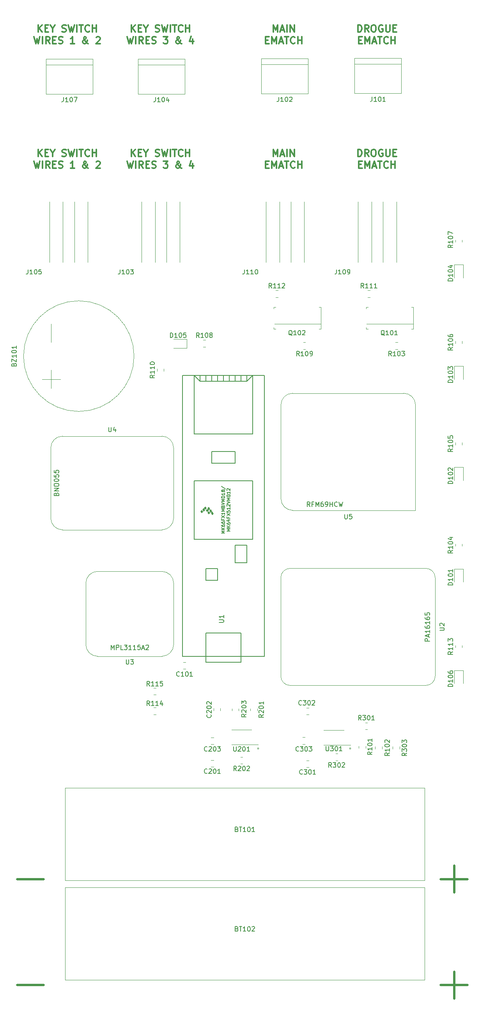
<source format=gbr>
G04 #@! TF.GenerationSoftware,KiCad,Pcbnew,(5.1.7)-1*
G04 #@! TF.CreationDate,2022-01-29T11:48:53-05:00*
G04 #@! TF.ProjectId,REV2_SPRING_2022,52455632-5f53-4505-9249-4e475f323032,rev?*
G04 #@! TF.SameCoordinates,Original*
G04 #@! TF.FileFunction,Legend,Top*
G04 #@! TF.FilePolarity,Positive*
%FSLAX46Y46*%
G04 Gerber Fmt 4.6, Leading zero omitted, Abs format (unit mm)*
G04 Created by KiCad (PCBNEW (5.1.7)-1) date 2022-01-29 11:48:53*
%MOMM*%
%LPD*%
G01*
G04 APERTURE LIST*
%ADD10C,0.300000*%
%ADD11C,0.508000*%
%ADD12C,0.120000*%
%ADD13C,0.100000*%
%ADD14C,0.150000*%
G04 APERTURE END LIST*
D10*
X139107142Y-41653571D02*
X139107142Y-40153571D01*
X139464285Y-40153571D01*
X139678571Y-40225000D01*
X139821428Y-40367857D01*
X139892857Y-40510714D01*
X139964285Y-40796428D01*
X139964285Y-41010714D01*
X139892857Y-41296428D01*
X139821428Y-41439285D01*
X139678571Y-41582142D01*
X139464285Y-41653571D01*
X139107142Y-41653571D01*
X141464285Y-41653571D02*
X140964285Y-40939285D01*
X140607142Y-41653571D02*
X140607142Y-40153571D01*
X141178571Y-40153571D01*
X141321428Y-40225000D01*
X141392857Y-40296428D01*
X141464285Y-40439285D01*
X141464285Y-40653571D01*
X141392857Y-40796428D01*
X141321428Y-40867857D01*
X141178571Y-40939285D01*
X140607142Y-40939285D01*
X142392857Y-40153571D02*
X142678571Y-40153571D01*
X142821428Y-40225000D01*
X142964285Y-40367857D01*
X143035714Y-40653571D01*
X143035714Y-41153571D01*
X142964285Y-41439285D01*
X142821428Y-41582142D01*
X142678571Y-41653571D01*
X142392857Y-41653571D01*
X142250000Y-41582142D01*
X142107142Y-41439285D01*
X142035714Y-41153571D01*
X142035714Y-40653571D01*
X142107142Y-40367857D01*
X142250000Y-40225000D01*
X142392857Y-40153571D01*
X144464285Y-40225000D02*
X144321428Y-40153571D01*
X144107142Y-40153571D01*
X143892857Y-40225000D01*
X143750000Y-40367857D01*
X143678571Y-40510714D01*
X143607142Y-40796428D01*
X143607142Y-41010714D01*
X143678571Y-41296428D01*
X143750000Y-41439285D01*
X143892857Y-41582142D01*
X144107142Y-41653571D01*
X144250000Y-41653571D01*
X144464285Y-41582142D01*
X144535714Y-41510714D01*
X144535714Y-41010714D01*
X144250000Y-41010714D01*
X145178571Y-40153571D02*
X145178571Y-41367857D01*
X145250000Y-41510714D01*
X145321428Y-41582142D01*
X145464285Y-41653571D01*
X145750000Y-41653571D01*
X145892857Y-41582142D01*
X145964285Y-41510714D01*
X146035714Y-41367857D01*
X146035714Y-40153571D01*
X146750000Y-40867857D02*
X147250000Y-40867857D01*
X147464285Y-41653571D02*
X146750000Y-41653571D01*
X146750000Y-40153571D01*
X147464285Y-40153571D01*
X139321428Y-43417857D02*
X139821428Y-43417857D01*
X140035714Y-44203571D02*
X139321428Y-44203571D01*
X139321428Y-42703571D01*
X140035714Y-42703571D01*
X140678571Y-44203571D02*
X140678571Y-42703571D01*
X141178571Y-43775000D01*
X141678571Y-42703571D01*
X141678571Y-44203571D01*
X142321428Y-43775000D02*
X143035714Y-43775000D01*
X142178571Y-44203571D02*
X142678571Y-42703571D01*
X143178571Y-44203571D01*
X143464285Y-42703571D02*
X144321428Y-42703571D01*
X143892857Y-44203571D02*
X143892857Y-42703571D01*
X145678571Y-44060714D02*
X145607142Y-44132142D01*
X145392857Y-44203571D01*
X145250000Y-44203571D01*
X145035714Y-44132142D01*
X144892857Y-43989285D01*
X144821428Y-43846428D01*
X144750000Y-43560714D01*
X144750000Y-43346428D01*
X144821428Y-43060714D01*
X144892857Y-42917857D01*
X145035714Y-42775000D01*
X145250000Y-42703571D01*
X145392857Y-42703571D01*
X145607142Y-42775000D01*
X145678571Y-42846428D01*
X146321428Y-44203571D02*
X146321428Y-42703571D01*
X146321428Y-43417857D02*
X147178571Y-43417857D01*
X147178571Y-44203571D02*
X147178571Y-42703571D01*
X89928571Y-41653571D02*
X89928571Y-40153571D01*
X90785714Y-41653571D02*
X90142857Y-40796428D01*
X90785714Y-40153571D02*
X89928571Y-41010714D01*
X91428571Y-40867857D02*
X91928571Y-40867857D01*
X92142857Y-41653571D02*
X91428571Y-41653571D01*
X91428571Y-40153571D01*
X92142857Y-40153571D01*
X93071428Y-40939285D02*
X93071428Y-41653571D01*
X92571428Y-40153571D02*
X93071428Y-40939285D01*
X93571428Y-40153571D01*
X95142857Y-41582142D02*
X95357142Y-41653571D01*
X95714285Y-41653571D01*
X95857142Y-41582142D01*
X95928571Y-41510714D01*
X96000000Y-41367857D01*
X96000000Y-41225000D01*
X95928571Y-41082142D01*
X95857142Y-41010714D01*
X95714285Y-40939285D01*
X95428571Y-40867857D01*
X95285714Y-40796428D01*
X95214285Y-40725000D01*
X95142857Y-40582142D01*
X95142857Y-40439285D01*
X95214285Y-40296428D01*
X95285714Y-40225000D01*
X95428571Y-40153571D01*
X95785714Y-40153571D01*
X96000000Y-40225000D01*
X96500000Y-40153571D02*
X96857142Y-41653571D01*
X97142857Y-40582142D01*
X97428571Y-41653571D01*
X97785714Y-40153571D01*
X98357142Y-41653571D02*
X98357142Y-40153571D01*
X98857142Y-40153571D02*
X99714285Y-40153571D01*
X99285714Y-41653571D02*
X99285714Y-40153571D01*
X101071428Y-41510714D02*
X101000000Y-41582142D01*
X100785714Y-41653571D01*
X100642857Y-41653571D01*
X100428571Y-41582142D01*
X100285714Y-41439285D01*
X100214285Y-41296428D01*
X100142857Y-41010714D01*
X100142857Y-40796428D01*
X100214285Y-40510714D01*
X100285714Y-40367857D01*
X100428571Y-40225000D01*
X100642857Y-40153571D01*
X100785714Y-40153571D01*
X101000000Y-40225000D01*
X101071428Y-40296428D01*
X101714285Y-41653571D02*
X101714285Y-40153571D01*
X101714285Y-40867857D02*
X102571428Y-40867857D01*
X102571428Y-41653571D02*
X102571428Y-40153571D01*
X89035714Y-42703571D02*
X89392857Y-44203571D01*
X89678571Y-43132142D01*
X89964285Y-44203571D01*
X90321428Y-42703571D01*
X90892857Y-44203571D02*
X90892857Y-42703571D01*
X92464285Y-44203571D02*
X91964285Y-43489285D01*
X91607142Y-44203571D02*
X91607142Y-42703571D01*
X92178571Y-42703571D01*
X92321428Y-42775000D01*
X92392857Y-42846428D01*
X92464285Y-42989285D01*
X92464285Y-43203571D01*
X92392857Y-43346428D01*
X92321428Y-43417857D01*
X92178571Y-43489285D01*
X91607142Y-43489285D01*
X93107142Y-43417857D02*
X93607142Y-43417857D01*
X93821428Y-44203571D02*
X93107142Y-44203571D01*
X93107142Y-42703571D01*
X93821428Y-42703571D01*
X94392857Y-44132142D02*
X94607142Y-44203571D01*
X94964285Y-44203571D01*
X95107142Y-44132142D01*
X95178571Y-44060714D01*
X95250000Y-43917857D01*
X95250000Y-43775000D01*
X95178571Y-43632142D01*
X95107142Y-43560714D01*
X94964285Y-43489285D01*
X94678571Y-43417857D01*
X94535714Y-43346428D01*
X94464285Y-43275000D01*
X94392857Y-43132142D01*
X94392857Y-42989285D01*
X94464285Y-42846428D01*
X94535714Y-42775000D01*
X94678571Y-42703571D01*
X95035714Y-42703571D01*
X95250000Y-42775000D01*
X96892857Y-42703571D02*
X97821428Y-42703571D01*
X97321428Y-43275000D01*
X97535714Y-43275000D01*
X97678571Y-43346428D01*
X97750000Y-43417857D01*
X97821428Y-43560714D01*
X97821428Y-43917857D01*
X97750000Y-44060714D01*
X97678571Y-44132142D01*
X97535714Y-44203571D01*
X97107142Y-44203571D01*
X96964285Y-44132142D01*
X96892857Y-44060714D01*
X100821428Y-44203571D02*
X100750000Y-44203571D01*
X100607142Y-44132142D01*
X100392857Y-43917857D01*
X100035714Y-43489285D01*
X99892857Y-43275000D01*
X99821428Y-43060714D01*
X99821428Y-42917857D01*
X99892857Y-42775000D01*
X100035714Y-42703571D01*
X100107142Y-42703571D01*
X100250000Y-42775000D01*
X100321428Y-42917857D01*
X100321428Y-42989285D01*
X100250000Y-43132142D01*
X100178571Y-43203571D01*
X99750000Y-43489285D01*
X99678571Y-43560714D01*
X99607142Y-43703571D01*
X99607142Y-43917857D01*
X99678571Y-44060714D01*
X99750000Y-44132142D01*
X99892857Y-44203571D01*
X100107142Y-44203571D01*
X100250000Y-44132142D01*
X100321428Y-44060714D01*
X100535714Y-43775000D01*
X100607142Y-43560714D01*
X100607142Y-43417857D01*
X103250000Y-43203571D02*
X103250000Y-44203571D01*
X102892857Y-42632142D02*
X102535714Y-43703571D01*
X103464285Y-43703571D01*
X69678571Y-41653571D02*
X69678571Y-40153571D01*
X70535714Y-41653571D02*
X69892857Y-40796428D01*
X70535714Y-40153571D02*
X69678571Y-41010714D01*
X71178571Y-40867857D02*
X71678571Y-40867857D01*
X71892857Y-41653571D02*
X71178571Y-41653571D01*
X71178571Y-40153571D01*
X71892857Y-40153571D01*
X72821428Y-40939285D02*
X72821428Y-41653571D01*
X72321428Y-40153571D02*
X72821428Y-40939285D01*
X73321428Y-40153571D01*
X74892857Y-41582142D02*
X75107142Y-41653571D01*
X75464285Y-41653571D01*
X75607142Y-41582142D01*
X75678571Y-41510714D01*
X75750000Y-41367857D01*
X75750000Y-41225000D01*
X75678571Y-41082142D01*
X75607142Y-41010714D01*
X75464285Y-40939285D01*
X75178571Y-40867857D01*
X75035714Y-40796428D01*
X74964285Y-40725000D01*
X74892857Y-40582142D01*
X74892857Y-40439285D01*
X74964285Y-40296428D01*
X75035714Y-40225000D01*
X75178571Y-40153571D01*
X75535714Y-40153571D01*
X75750000Y-40225000D01*
X76250000Y-40153571D02*
X76607142Y-41653571D01*
X76892857Y-40582142D01*
X77178571Y-41653571D01*
X77535714Y-40153571D01*
X78107142Y-41653571D02*
X78107142Y-40153571D01*
X78607142Y-40153571D02*
X79464285Y-40153571D01*
X79035714Y-41653571D02*
X79035714Y-40153571D01*
X80821428Y-41510714D02*
X80750000Y-41582142D01*
X80535714Y-41653571D01*
X80392857Y-41653571D01*
X80178571Y-41582142D01*
X80035714Y-41439285D01*
X79964285Y-41296428D01*
X79892857Y-41010714D01*
X79892857Y-40796428D01*
X79964285Y-40510714D01*
X80035714Y-40367857D01*
X80178571Y-40225000D01*
X80392857Y-40153571D01*
X80535714Y-40153571D01*
X80750000Y-40225000D01*
X80821428Y-40296428D01*
X81464285Y-41653571D02*
X81464285Y-40153571D01*
X81464285Y-40867857D02*
X82321428Y-40867857D01*
X82321428Y-41653571D02*
X82321428Y-40153571D01*
X68785714Y-42703571D02*
X69142857Y-44203571D01*
X69428571Y-43132142D01*
X69714285Y-44203571D01*
X70071428Y-42703571D01*
X70642857Y-44203571D02*
X70642857Y-42703571D01*
X72214285Y-44203571D02*
X71714285Y-43489285D01*
X71357142Y-44203571D02*
X71357142Y-42703571D01*
X71928571Y-42703571D01*
X72071428Y-42775000D01*
X72142857Y-42846428D01*
X72214285Y-42989285D01*
X72214285Y-43203571D01*
X72142857Y-43346428D01*
X72071428Y-43417857D01*
X71928571Y-43489285D01*
X71357142Y-43489285D01*
X72857142Y-43417857D02*
X73357142Y-43417857D01*
X73571428Y-44203571D02*
X72857142Y-44203571D01*
X72857142Y-42703571D01*
X73571428Y-42703571D01*
X74142857Y-44132142D02*
X74357142Y-44203571D01*
X74714285Y-44203571D01*
X74857142Y-44132142D01*
X74928571Y-44060714D01*
X75000000Y-43917857D01*
X75000000Y-43775000D01*
X74928571Y-43632142D01*
X74857142Y-43560714D01*
X74714285Y-43489285D01*
X74428571Y-43417857D01*
X74285714Y-43346428D01*
X74214285Y-43275000D01*
X74142857Y-43132142D01*
X74142857Y-42989285D01*
X74214285Y-42846428D01*
X74285714Y-42775000D01*
X74428571Y-42703571D01*
X74785714Y-42703571D01*
X75000000Y-42775000D01*
X77571428Y-44203571D02*
X76714285Y-44203571D01*
X77142857Y-44203571D02*
X77142857Y-42703571D01*
X77000000Y-42917857D01*
X76857142Y-43060714D01*
X76714285Y-43132142D01*
X80571428Y-44203571D02*
X80500000Y-44203571D01*
X80357142Y-44132142D01*
X80142857Y-43917857D01*
X79785714Y-43489285D01*
X79642857Y-43275000D01*
X79571428Y-43060714D01*
X79571428Y-42917857D01*
X79642857Y-42775000D01*
X79785714Y-42703571D01*
X79857142Y-42703571D01*
X80000000Y-42775000D01*
X80071428Y-42917857D01*
X80071428Y-42989285D01*
X80000000Y-43132142D01*
X79928571Y-43203571D01*
X79500000Y-43489285D01*
X79428571Y-43560714D01*
X79357142Y-43703571D01*
X79357142Y-43917857D01*
X79428571Y-44060714D01*
X79500000Y-44132142D01*
X79642857Y-44203571D01*
X79857142Y-44203571D01*
X80000000Y-44132142D01*
X80071428Y-44060714D01*
X80285714Y-43775000D01*
X80357142Y-43560714D01*
X80357142Y-43417857D01*
X82285714Y-42846428D02*
X82357142Y-42775000D01*
X82500000Y-42703571D01*
X82857142Y-42703571D01*
X83000000Y-42775000D01*
X83071428Y-42846428D01*
X83142857Y-42989285D01*
X83142857Y-43132142D01*
X83071428Y-43346428D01*
X82214285Y-44203571D01*
X83142857Y-44203571D01*
X120714285Y-41653571D02*
X120714285Y-40153571D01*
X121214285Y-41225000D01*
X121714285Y-40153571D01*
X121714285Y-41653571D01*
X122357142Y-41225000D02*
X123071428Y-41225000D01*
X122214285Y-41653571D02*
X122714285Y-40153571D01*
X123214285Y-41653571D01*
X123714285Y-41653571D02*
X123714285Y-40153571D01*
X124428571Y-41653571D02*
X124428571Y-40153571D01*
X125285714Y-41653571D01*
X125285714Y-40153571D01*
X119071428Y-43417857D02*
X119571428Y-43417857D01*
X119785714Y-44203571D02*
X119071428Y-44203571D01*
X119071428Y-42703571D01*
X119785714Y-42703571D01*
X120428571Y-44203571D02*
X120428571Y-42703571D01*
X120928571Y-43775000D01*
X121428571Y-42703571D01*
X121428571Y-44203571D01*
X122071428Y-43775000D02*
X122785714Y-43775000D01*
X121928571Y-44203571D02*
X122428571Y-42703571D01*
X122928571Y-44203571D01*
X123214285Y-42703571D02*
X124071428Y-42703571D01*
X123642857Y-44203571D02*
X123642857Y-42703571D01*
X125428571Y-44060714D02*
X125357142Y-44132142D01*
X125142857Y-44203571D01*
X125000000Y-44203571D01*
X124785714Y-44132142D01*
X124642857Y-43989285D01*
X124571428Y-43846428D01*
X124500000Y-43560714D01*
X124500000Y-43346428D01*
X124571428Y-43060714D01*
X124642857Y-42917857D01*
X124785714Y-42775000D01*
X125000000Y-42703571D01*
X125142857Y-42703571D01*
X125357142Y-42775000D01*
X125428571Y-42846428D01*
X126071428Y-44203571D02*
X126071428Y-42703571D01*
X126071428Y-43417857D02*
X126928571Y-43417857D01*
X126928571Y-44203571D02*
X126928571Y-42703571D01*
D11*
X70902857Y-198455714D02*
X65097142Y-198455714D01*
X162902857Y-198455714D02*
X157097142Y-198455714D01*
X160000000Y-195552857D02*
X160000000Y-201358571D01*
D10*
X89928571Y-14653571D02*
X89928571Y-13153571D01*
X90785714Y-14653571D02*
X90142857Y-13796428D01*
X90785714Y-13153571D02*
X89928571Y-14010714D01*
X91428571Y-13867857D02*
X91928571Y-13867857D01*
X92142857Y-14653571D02*
X91428571Y-14653571D01*
X91428571Y-13153571D01*
X92142857Y-13153571D01*
X93071428Y-13939285D02*
X93071428Y-14653571D01*
X92571428Y-13153571D02*
X93071428Y-13939285D01*
X93571428Y-13153571D01*
X95142857Y-14582142D02*
X95357142Y-14653571D01*
X95714285Y-14653571D01*
X95857142Y-14582142D01*
X95928571Y-14510714D01*
X96000000Y-14367857D01*
X96000000Y-14225000D01*
X95928571Y-14082142D01*
X95857142Y-14010714D01*
X95714285Y-13939285D01*
X95428571Y-13867857D01*
X95285714Y-13796428D01*
X95214285Y-13725000D01*
X95142857Y-13582142D01*
X95142857Y-13439285D01*
X95214285Y-13296428D01*
X95285714Y-13225000D01*
X95428571Y-13153571D01*
X95785714Y-13153571D01*
X96000000Y-13225000D01*
X96500000Y-13153571D02*
X96857142Y-14653571D01*
X97142857Y-13582142D01*
X97428571Y-14653571D01*
X97785714Y-13153571D01*
X98357142Y-14653571D02*
X98357142Y-13153571D01*
X98857142Y-13153571D02*
X99714285Y-13153571D01*
X99285714Y-14653571D02*
X99285714Y-13153571D01*
X101071428Y-14510714D02*
X101000000Y-14582142D01*
X100785714Y-14653571D01*
X100642857Y-14653571D01*
X100428571Y-14582142D01*
X100285714Y-14439285D01*
X100214285Y-14296428D01*
X100142857Y-14010714D01*
X100142857Y-13796428D01*
X100214285Y-13510714D01*
X100285714Y-13367857D01*
X100428571Y-13225000D01*
X100642857Y-13153571D01*
X100785714Y-13153571D01*
X101000000Y-13225000D01*
X101071428Y-13296428D01*
X101714285Y-14653571D02*
X101714285Y-13153571D01*
X101714285Y-13867857D02*
X102571428Y-13867857D01*
X102571428Y-14653571D02*
X102571428Y-13153571D01*
X89035714Y-15703571D02*
X89392857Y-17203571D01*
X89678571Y-16132142D01*
X89964285Y-17203571D01*
X90321428Y-15703571D01*
X90892857Y-17203571D02*
X90892857Y-15703571D01*
X92464285Y-17203571D02*
X91964285Y-16489285D01*
X91607142Y-17203571D02*
X91607142Y-15703571D01*
X92178571Y-15703571D01*
X92321428Y-15775000D01*
X92392857Y-15846428D01*
X92464285Y-15989285D01*
X92464285Y-16203571D01*
X92392857Y-16346428D01*
X92321428Y-16417857D01*
X92178571Y-16489285D01*
X91607142Y-16489285D01*
X93107142Y-16417857D02*
X93607142Y-16417857D01*
X93821428Y-17203571D02*
X93107142Y-17203571D01*
X93107142Y-15703571D01*
X93821428Y-15703571D01*
X94392857Y-17132142D02*
X94607142Y-17203571D01*
X94964285Y-17203571D01*
X95107142Y-17132142D01*
X95178571Y-17060714D01*
X95250000Y-16917857D01*
X95250000Y-16775000D01*
X95178571Y-16632142D01*
X95107142Y-16560714D01*
X94964285Y-16489285D01*
X94678571Y-16417857D01*
X94535714Y-16346428D01*
X94464285Y-16275000D01*
X94392857Y-16132142D01*
X94392857Y-15989285D01*
X94464285Y-15846428D01*
X94535714Y-15775000D01*
X94678571Y-15703571D01*
X95035714Y-15703571D01*
X95250000Y-15775000D01*
X96892857Y-15703571D02*
X97821428Y-15703571D01*
X97321428Y-16275000D01*
X97535714Y-16275000D01*
X97678571Y-16346428D01*
X97750000Y-16417857D01*
X97821428Y-16560714D01*
X97821428Y-16917857D01*
X97750000Y-17060714D01*
X97678571Y-17132142D01*
X97535714Y-17203571D01*
X97107142Y-17203571D01*
X96964285Y-17132142D01*
X96892857Y-17060714D01*
X100821428Y-17203571D02*
X100750000Y-17203571D01*
X100607142Y-17132142D01*
X100392857Y-16917857D01*
X100035714Y-16489285D01*
X99892857Y-16275000D01*
X99821428Y-16060714D01*
X99821428Y-15917857D01*
X99892857Y-15775000D01*
X100035714Y-15703571D01*
X100107142Y-15703571D01*
X100250000Y-15775000D01*
X100321428Y-15917857D01*
X100321428Y-15989285D01*
X100250000Y-16132142D01*
X100178571Y-16203571D01*
X99750000Y-16489285D01*
X99678571Y-16560714D01*
X99607142Y-16703571D01*
X99607142Y-16917857D01*
X99678571Y-17060714D01*
X99750000Y-17132142D01*
X99892857Y-17203571D01*
X100107142Y-17203571D01*
X100250000Y-17132142D01*
X100321428Y-17060714D01*
X100535714Y-16775000D01*
X100607142Y-16560714D01*
X100607142Y-16417857D01*
X103250000Y-16203571D02*
X103250000Y-17203571D01*
X102892857Y-15632142D02*
X102535714Y-16703571D01*
X103464285Y-16703571D01*
X120714285Y-14653571D02*
X120714285Y-13153571D01*
X121214285Y-14225000D01*
X121714285Y-13153571D01*
X121714285Y-14653571D01*
X122357142Y-14225000D02*
X123071428Y-14225000D01*
X122214285Y-14653571D02*
X122714285Y-13153571D01*
X123214285Y-14653571D01*
X123714285Y-14653571D02*
X123714285Y-13153571D01*
X124428571Y-14653571D02*
X124428571Y-13153571D01*
X125285714Y-14653571D01*
X125285714Y-13153571D01*
X119071428Y-16417857D02*
X119571428Y-16417857D01*
X119785714Y-17203571D02*
X119071428Y-17203571D01*
X119071428Y-15703571D01*
X119785714Y-15703571D01*
X120428571Y-17203571D02*
X120428571Y-15703571D01*
X120928571Y-16775000D01*
X121428571Y-15703571D01*
X121428571Y-17203571D01*
X122071428Y-16775000D02*
X122785714Y-16775000D01*
X121928571Y-17203571D02*
X122428571Y-15703571D01*
X122928571Y-17203571D01*
X123214285Y-15703571D02*
X124071428Y-15703571D01*
X123642857Y-17203571D02*
X123642857Y-15703571D01*
X125428571Y-17060714D02*
X125357142Y-17132142D01*
X125142857Y-17203571D01*
X125000000Y-17203571D01*
X124785714Y-17132142D01*
X124642857Y-16989285D01*
X124571428Y-16846428D01*
X124500000Y-16560714D01*
X124500000Y-16346428D01*
X124571428Y-16060714D01*
X124642857Y-15917857D01*
X124785714Y-15775000D01*
X125000000Y-15703571D01*
X125142857Y-15703571D01*
X125357142Y-15775000D01*
X125428571Y-15846428D01*
X126071428Y-17203571D02*
X126071428Y-15703571D01*
X126071428Y-16417857D02*
X126928571Y-16417857D01*
X126928571Y-17203571D02*
X126928571Y-15703571D01*
X139107142Y-14653571D02*
X139107142Y-13153571D01*
X139464285Y-13153571D01*
X139678571Y-13225000D01*
X139821428Y-13367857D01*
X139892857Y-13510714D01*
X139964285Y-13796428D01*
X139964285Y-14010714D01*
X139892857Y-14296428D01*
X139821428Y-14439285D01*
X139678571Y-14582142D01*
X139464285Y-14653571D01*
X139107142Y-14653571D01*
X141464285Y-14653571D02*
X140964285Y-13939285D01*
X140607142Y-14653571D02*
X140607142Y-13153571D01*
X141178571Y-13153571D01*
X141321428Y-13225000D01*
X141392857Y-13296428D01*
X141464285Y-13439285D01*
X141464285Y-13653571D01*
X141392857Y-13796428D01*
X141321428Y-13867857D01*
X141178571Y-13939285D01*
X140607142Y-13939285D01*
X142392857Y-13153571D02*
X142678571Y-13153571D01*
X142821428Y-13225000D01*
X142964285Y-13367857D01*
X143035714Y-13653571D01*
X143035714Y-14153571D01*
X142964285Y-14439285D01*
X142821428Y-14582142D01*
X142678571Y-14653571D01*
X142392857Y-14653571D01*
X142250000Y-14582142D01*
X142107142Y-14439285D01*
X142035714Y-14153571D01*
X142035714Y-13653571D01*
X142107142Y-13367857D01*
X142250000Y-13225000D01*
X142392857Y-13153571D01*
X144464285Y-13225000D02*
X144321428Y-13153571D01*
X144107142Y-13153571D01*
X143892857Y-13225000D01*
X143750000Y-13367857D01*
X143678571Y-13510714D01*
X143607142Y-13796428D01*
X143607142Y-14010714D01*
X143678571Y-14296428D01*
X143750000Y-14439285D01*
X143892857Y-14582142D01*
X144107142Y-14653571D01*
X144250000Y-14653571D01*
X144464285Y-14582142D01*
X144535714Y-14510714D01*
X144535714Y-14010714D01*
X144250000Y-14010714D01*
X145178571Y-13153571D02*
X145178571Y-14367857D01*
X145250000Y-14510714D01*
X145321428Y-14582142D01*
X145464285Y-14653571D01*
X145750000Y-14653571D01*
X145892857Y-14582142D01*
X145964285Y-14510714D01*
X146035714Y-14367857D01*
X146035714Y-13153571D01*
X146750000Y-13867857D02*
X147250000Y-13867857D01*
X147464285Y-14653571D02*
X146750000Y-14653571D01*
X146750000Y-13153571D01*
X147464285Y-13153571D01*
X139321428Y-16417857D02*
X139821428Y-16417857D01*
X140035714Y-17203571D02*
X139321428Y-17203571D01*
X139321428Y-15703571D01*
X140035714Y-15703571D01*
X140678571Y-17203571D02*
X140678571Y-15703571D01*
X141178571Y-16775000D01*
X141678571Y-15703571D01*
X141678571Y-17203571D01*
X142321428Y-16775000D02*
X143035714Y-16775000D01*
X142178571Y-17203571D02*
X142678571Y-15703571D01*
X143178571Y-17203571D01*
X143464285Y-15703571D02*
X144321428Y-15703571D01*
X143892857Y-17203571D02*
X143892857Y-15703571D01*
X145678571Y-17060714D02*
X145607142Y-17132142D01*
X145392857Y-17203571D01*
X145250000Y-17203571D01*
X145035714Y-17132142D01*
X144892857Y-16989285D01*
X144821428Y-16846428D01*
X144750000Y-16560714D01*
X144750000Y-16346428D01*
X144821428Y-16060714D01*
X144892857Y-15917857D01*
X145035714Y-15775000D01*
X145250000Y-15703571D01*
X145392857Y-15703571D01*
X145607142Y-15775000D01*
X145678571Y-15846428D01*
X146321428Y-17203571D02*
X146321428Y-15703571D01*
X146321428Y-16417857D02*
X147178571Y-16417857D01*
X147178571Y-17203571D02*
X147178571Y-15703571D01*
X69678571Y-14653571D02*
X69678571Y-13153571D01*
X70535714Y-14653571D02*
X69892857Y-13796428D01*
X70535714Y-13153571D02*
X69678571Y-14010714D01*
X71178571Y-13867857D02*
X71678571Y-13867857D01*
X71892857Y-14653571D02*
X71178571Y-14653571D01*
X71178571Y-13153571D01*
X71892857Y-13153571D01*
X72821428Y-13939285D02*
X72821428Y-14653571D01*
X72321428Y-13153571D02*
X72821428Y-13939285D01*
X73321428Y-13153571D01*
X74892857Y-14582142D02*
X75107142Y-14653571D01*
X75464285Y-14653571D01*
X75607142Y-14582142D01*
X75678571Y-14510714D01*
X75750000Y-14367857D01*
X75750000Y-14225000D01*
X75678571Y-14082142D01*
X75607142Y-14010714D01*
X75464285Y-13939285D01*
X75178571Y-13867857D01*
X75035714Y-13796428D01*
X74964285Y-13725000D01*
X74892857Y-13582142D01*
X74892857Y-13439285D01*
X74964285Y-13296428D01*
X75035714Y-13225000D01*
X75178571Y-13153571D01*
X75535714Y-13153571D01*
X75750000Y-13225000D01*
X76250000Y-13153571D02*
X76607142Y-14653571D01*
X76892857Y-13582142D01*
X77178571Y-14653571D01*
X77535714Y-13153571D01*
X78107142Y-14653571D02*
X78107142Y-13153571D01*
X78607142Y-13153571D02*
X79464285Y-13153571D01*
X79035714Y-14653571D02*
X79035714Y-13153571D01*
X80821428Y-14510714D02*
X80750000Y-14582142D01*
X80535714Y-14653571D01*
X80392857Y-14653571D01*
X80178571Y-14582142D01*
X80035714Y-14439285D01*
X79964285Y-14296428D01*
X79892857Y-14010714D01*
X79892857Y-13796428D01*
X79964285Y-13510714D01*
X80035714Y-13367857D01*
X80178571Y-13225000D01*
X80392857Y-13153571D01*
X80535714Y-13153571D01*
X80750000Y-13225000D01*
X80821428Y-13296428D01*
X81464285Y-14653571D02*
X81464285Y-13153571D01*
X81464285Y-13867857D02*
X82321428Y-13867857D01*
X82321428Y-14653571D02*
X82321428Y-13153571D01*
X68785714Y-15703571D02*
X69142857Y-17203571D01*
X69428571Y-16132142D01*
X69714285Y-17203571D01*
X70071428Y-15703571D01*
X70642857Y-17203571D02*
X70642857Y-15703571D01*
X72214285Y-17203571D02*
X71714285Y-16489285D01*
X71357142Y-17203571D02*
X71357142Y-15703571D01*
X71928571Y-15703571D01*
X72071428Y-15775000D01*
X72142857Y-15846428D01*
X72214285Y-15989285D01*
X72214285Y-16203571D01*
X72142857Y-16346428D01*
X72071428Y-16417857D01*
X71928571Y-16489285D01*
X71357142Y-16489285D01*
X72857142Y-16417857D02*
X73357142Y-16417857D01*
X73571428Y-17203571D02*
X72857142Y-17203571D01*
X72857142Y-15703571D01*
X73571428Y-15703571D01*
X74142857Y-17132142D02*
X74357142Y-17203571D01*
X74714285Y-17203571D01*
X74857142Y-17132142D01*
X74928571Y-17060714D01*
X75000000Y-16917857D01*
X75000000Y-16775000D01*
X74928571Y-16632142D01*
X74857142Y-16560714D01*
X74714285Y-16489285D01*
X74428571Y-16417857D01*
X74285714Y-16346428D01*
X74214285Y-16275000D01*
X74142857Y-16132142D01*
X74142857Y-15989285D01*
X74214285Y-15846428D01*
X74285714Y-15775000D01*
X74428571Y-15703571D01*
X74785714Y-15703571D01*
X75000000Y-15775000D01*
X77571428Y-17203571D02*
X76714285Y-17203571D01*
X77142857Y-17203571D02*
X77142857Y-15703571D01*
X77000000Y-15917857D01*
X76857142Y-16060714D01*
X76714285Y-16132142D01*
X80571428Y-17203571D02*
X80500000Y-17203571D01*
X80357142Y-17132142D01*
X80142857Y-16917857D01*
X79785714Y-16489285D01*
X79642857Y-16275000D01*
X79571428Y-16060714D01*
X79571428Y-15917857D01*
X79642857Y-15775000D01*
X79785714Y-15703571D01*
X79857142Y-15703571D01*
X80000000Y-15775000D01*
X80071428Y-15917857D01*
X80071428Y-15989285D01*
X80000000Y-16132142D01*
X79928571Y-16203571D01*
X79500000Y-16489285D01*
X79428571Y-16560714D01*
X79357142Y-16703571D01*
X79357142Y-16917857D01*
X79428571Y-17060714D01*
X79500000Y-17132142D01*
X79642857Y-17203571D01*
X79857142Y-17203571D01*
X80000000Y-17132142D01*
X80071428Y-17060714D01*
X80285714Y-16775000D01*
X80357142Y-16560714D01*
X80357142Y-16417857D01*
X82285714Y-15846428D02*
X82357142Y-15775000D01*
X82500000Y-15703571D01*
X82857142Y-15703571D01*
X83000000Y-15775000D01*
X83071428Y-15846428D01*
X83142857Y-15989285D01*
X83142857Y-16132142D01*
X83071428Y-16346428D01*
X82214285Y-17203571D01*
X83142857Y-17203571D01*
D12*
X117274000Y-170188000D02*
X117274000Y-169934000D01*
X117528000Y-170188000D02*
X117274000Y-170188000D01*
X117528000Y-169934000D02*
X117528000Y-170188000D01*
X117274000Y-169934000D02*
X117528000Y-169934000D01*
X137522000Y-170228000D02*
X137268000Y-170228000D01*
X137522000Y-169974000D02*
X137522000Y-170228000D01*
X137268000Y-169974000D02*
X137522000Y-169974000D01*
X137268000Y-170228000D02*
X137268000Y-169974000D01*
D11*
X70902857Y-221455714D02*
X65097142Y-221455714D01*
X162902857Y-221455714D02*
X157097142Y-221455714D01*
X160000000Y-218552857D02*
X160000000Y-224358571D01*
D12*
X155891000Y-133082000D02*
X155891000Y-154418000D01*
X124395000Y-131050000D02*
X153859000Y-131050000D01*
X122363000Y-133590000D02*
X122363000Y-133082000D01*
X122363000Y-143750000D02*
X122363000Y-144131000D01*
X122363000Y-143750000D02*
X122363000Y-133590000D01*
X122363000Y-143750000D02*
X122363000Y-153910000D01*
X124395000Y-156450000D02*
X153859000Y-156450000D01*
X122363000Y-154418000D02*
X122363000Y-153910000D01*
X124395000Y-156450000D02*
G75*
G02*
X122363000Y-154418000I0J2032000D01*
G01*
X122363000Y-133082000D02*
G75*
G02*
X124395000Y-131050000I2032000J0D01*
G01*
X155891000Y-154418000D02*
G75*
G02*
X153859000Y-156450000I-2032000J0D01*
G01*
X153859000Y-131050000D02*
G75*
G02*
X155891000Y-133082000I0J-2032000D01*
G01*
X101922000Y-81310000D02*
X99062000Y-81310000D01*
X101922000Y-83230000D02*
X101922000Y-81310000D01*
X99062000Y-83230000D02*
X101922000Y-83230000D01*
X151605000Y-117815000D02*
X151605000Y-118450000D01*
X149065000Y-93050000D02*
X124935000Y-93050000D01*
X151605000Y-117815000D02*
X151605000Y-95590000D01*
X124935000Y-118450000D02*
X151605000Y-118450000D01*
X122395000Y-105750000D02*
X122395000Y-115910000D01*
X122395000Y-105750000D02*
X122395000Y-95590000D01*
X122395000Y-95590000D02*
G75*
G02*
X124935000Y-93050000I2540000J0D01*
G01*
X124935000Y-118450000D02*
G75*
G02*
X122395000Y-115910000I0J2540000D01*
G01*
X149065000Y-93050000D02*
G75*
G02*
X151605000Y-95590000I0J-2540000D01*
G01*
X153555000Y-220360000D02*
X75555000Y-220360000D01*
X75555000Y-220360000D02*
X75555000Y-200260000D01*
X75555000Y-200260000D02*
X153555000Y-200260000D01*
X153555000Y-200260000D02*
X153555000Y-220360000D01*
X153555000Y-198770000D02*
X75555000Y-198770000D01*
X75555000Y-198770000D02*
X75555000Y-178670000D01*
X75555000Y-178670000D02*
X153555000Y-178670000D01*
X153555000Y-178670000D02*
X153555000Y-198770000D01*
X89565000Y-131704000D02*
X96550000Y-131704000D01*
X89565000Y-131704000D02*
X82580000Y-131704000D01*
X99090000Y-134244000D02*
X99090000Y-141229000D01*
X99090000Y-141229000D02*
X99090000Y-147579000D01*
X96550000Y-150119000D02*
X82580000Y-150119000D01*
X80040000Y-147579000D02*
X80040000Y-134244000D01*
X82580000Y-150119000D02*
G75*
G02*
X80040000Y-147579000I0J2540000D01*
G01*
X99090000Y-147579000D02*
G75*
G02*
X96550000Y-150119000I-2540000J0D01*
G01*
X96550000Y-131704000D02*
G75*
G02*
X99090000Y-134244000I0J-2540000D01*
G01*
X80040000Y-134244000D02*
G75*
G02*
X82580000Y-131704000I2540000J0D01*
G01*
X74960000Y-122687000D02*
X96550000Y-122687000D01*
X96550000Y-102367000D02*
X74960000Y-102367000D01*
X72420000Y-104907000D02*
X72420000Y-120147000D01*
X99090000Y-104907000D02*
X99090000Y-120147000D01*
X99090000Y-120147000D02*
G75*
G02*
X96550000Y-122687000I-2540000J0D01*
G01*
X74960000Y-122687000D02*
G75*
G02*
X72420000Y-120147000I0J2540000D01*
G01*
X72420000Y-104907000D02*
G75*
G02*
X74960000Y-102367000I2540000J0D01*
G01*
X96550000Y-102367000D02*
G75*
G02*
X99090000Y-104907000I0J-2540000D01*
G01*
D13*
G36*
X106075000Y-118369000D02*
G01*
X106329000Y-118115000D01*
X106583000Y-118496000D01*
X106329000Y-118750000D01*
X106075000Y-118369000D01*
G37*
X106075000Y-118369000D02*
X106329000Y-118115000D01*
X106583000Y-118496000D01*
X106329000Y-118750000D01*
X106075000Y-118369000D01*
G36*
X105313000Y-118242000D02*
G01*
X105567000Y-117988000D01*
X105821000Y-118369000D01*
X105567000Y-118623000D01*
X105313000Y-118242000D01*
G37*
X105313000Y-118242000D02*
X105567000Y-117988000D01*
X105821000Y-118369000D01*
X105567000Y-118623000D01*
X105313000Y-118242000D01*
G36*
X106456000Y-117988000D02*
G01*
X106710000Y-117734000D01*
X106964000Y-118115000D01*
X106710000Y-118369000D01*
X106456000Y-117988000D01*
G37*
X106456000Y-117988000D02*
X106710000Y-117734000D01*
X106964000Y-118115000D01*
X106710000Y-118369000D01*
X106456000Y-117988000D01*
G36*
X106837000Y-118496000D02*
G01*
X107091000Y-118242000D01*
X107345000Y-118623000D01*
X107091000Y-118877000D01*
X106837000Y-118496000D01*
G37*
X106837000Y-118496000D02*
X107091000Y-118242000D01*
X107345000Y-118623000D01*
X107091000Y-118877000D01*
X106837000Y-118496000D01*
G36*
X105694000Y-117861000D02*
G01*
X105948000Y-117607000D01*
X106202000Y-117988000D01*
X105948000Y-118242000D01*
X105694000Y-117861000D01*
G37*
X105694000Y-117861000D02*
X105948000Y-117607000D01*
X106202000Y-117988000D01*
X105948000Y-118242000D01*
X105694000Y-117861000D01*
G36*
X107218000Y-119004000D02*
G01*
X107472000Y-118750000D01*
X107726000Y-119131000D01*
X107472000Y-119385000D01*
X107218000Y-119004000D01*
G37*
X107218000Y-119004000D02*
X107472000Y-118750000D01*
X107726000Y-119131000D01*
X107472000Y-119385000D01*
X107218000Y-119004000D01*
G36*
X106456000Y-118877000D02*
G01*
X106710000Y-118623000D01*
X106964000Y-119004000D01*
X106710000Y-119258000D01*
X106456000Y-118877000D01*
G37*
X106456000Y-118877000D02*
X106710000Y-118623000D01*
X106964000Y-119004000D01*
X106710000Y-119258000D01*
X106456000Y-118877000D01*
G36*
X104932000Y-118623000D02*
G01*
X105186000Y-118369000D01*
X105440000Y-118750000D01*
X105186000Y-119004000D01*
X104932000Y-118623000D01*
G37*
X104932000Y-118623000D02*
X105186000Y-118369000D01*
X105440000Y-118750000D01*
X105186000Y-119004000D01*
X104932000Y-118623000D01*
D14*
X118775000Y-150119000D02*
X100995000Y-150119000D01*
X100995000Y-89159000D02*
X118775000Y-89159000D01*
X107345000Y-108209000D02*
X107345000Y-105669000D01*
X112425000Y-108209000D02*
X107345000Y-108209000D01*
X112425000Y-105669000D02*
X112425000Y-108209000D01*
X107345000Y-105669000D02*
X112425000Y-105669000D01*
X113695000Y-145039000D02*
X113695000Y-150119000D01*
X106075000Y-145039000D02*
X106075000Y-150119000D01*
X113695000Y-145039000D02*
X106075000Y-145039000D01*
X106075000Y-151389000D02*
X106075000Y-150119000D01*
X113695000Y-151389000D02*
X106075000Y-151389000D01*
X113695000Y-150119000D02*
X113695000Y-151389000D01*
X118775000Y-150119000D02*
X118775000Y-89159000D01*
X100995000Y-89159000D02*
X100995000Y-150119000D01*
X116235000Y-101859000D02*
X116235000Y-89159000D01*
X103535000Y-101859000D02*
X116235000Y-101859000D01*
X103535000Y-89159000D02*
X103535000Y-101859000D01*
X104805000Y-90429000D02*
X103535000Y-89159000D01*
X114965000Y-90429000D02*
X104805000Y-90429000D01*
X116235000Y-89159000D02*
X114965000Y-90429000D01*
X104805000Y-90429000D02*
X104805000Y-89159000D01*
X106075000Y-90429000D02*
X106075000Y-89159000D01*
X107345000Y-90429000D02*
X107345000Y-89159000D01*
X108615000Y-90429000D02*
X108615000Y-89159000D01*
X109885000Y-90429000D02*
X109885000Y-89159000D01*
X111155000Y-90429000D02*
X111155000Y-89159000D01*
X112425000Y-90429000D02*
X112425000Y-89159000D01*
X113695000Y-90429000D02*
X113695000Y-89159000D01*
X114965000Y-90429000D02*
X114965000Y-89159000D01*
X103535000Y-124719000D02*
X103535000Y-112019000D01*
X116235000Y-124719000D02*
X116235000Y-112019000D01*
X103535000Y-124719000D02*
X116235000Y-124719000D01*
X116235000Y-112019000D02*
X103535000Y-112019000D01*
X112425000Y-125989000D02*
X114965000Y-125989000D01*
X112425000Y-129799000D02*
X112425000Y-125989000D01*
X114965000Y-129799000D02*
X112425000Y-129799000D01*
X114965000Y-125989000D02*
X114965000Y-129799000D01*
X106075000Y-131069000D02*
X106075000Y-133609000D01*
X108615000Y-131069000D02*
X106075000Y-131069000D01*
X108615000Y-133609000D02*
X108615000Y-131069000D01*
X106075000Y-133609000D02*
X108615000Y-133609000D01*
D12*
X107756252Y-174098000D02*
X107233748Y-174098000D01*
X107756252Y-172628000D02*
X107233748Y-172628000D01*
X109246000Y-161940252D02*
X109246000Y-161417748D01*
X107776000Y-161940252D02*
X107776000Y-161417748D01*
X107761252Y-169235000D02*
X107238748Y-169235000D01*
X107761252Y-167765000D02*
X107238748Y-167765000D01*
X128448752Y-174201500D02*
X127926248Y-174201500D01*
X128448752Y-172731500D02*
X127926248Y-172731500D01*
X128448752Y-161301500D02*
X127926248Y-161301500D01*
X128448752Y-162771500D02*
X127926248Y-162771500D01*
X127623252Y-167715000D02*
X127100748Y-167715000D01*
X127623252Y-169185000D02*
X127100748Y-169185000D01*
X138380000Y-21660000D02*
X148540000Y-21660000D01*
X138380000Y-20390000D02*
X138380000Y-28010000D01*
X138380000Y-28010000D02*
X148540000Y-28010000D01*
X148540000Y-28010000D02*
X148540000Y-20390000D01*
X148540000Y-20390000D02*
X138380000Y-20390000D01*
D13*
X151100000Y-78040000D02*
X141000000Y-78040000D01*
X140900000Y-74350000D02*
X140900000Y-74750000D01*
X140900000Y-74350000D02*
X141300000Y-74350000D01*
X151100000Y-74350000D02*
X151100000Y-78750000D01*
X151100000Y-74350000D02*
X150700000Y-74350000D01*
X151100000Y-79150000D02*
X151100000Y-78750000D01*
X151100000Y-79150000D02*
X150700000Y-79150000D01*
X141300000Y-79150000D02*
X140900000Y-79150000D01*
X140900000Y-79150000D02*
X140900000Y-78750000D01*
D12*
X139327000Y-170074064D02*
X139327000Y-169619936D01*
X140797000Y-170074064D02*
X140797000Y-169619936D01*
X142883000Y-169746936D02*
X142883000Y-170201064D01*
X144353000Y-169746936D02*
X144353000Y-170201064D01*
X147727064Y-82015000D02*
X147272936Y-82015000D01*
X147727064Y-83485000D02*
X147272936Y-83485000D01*
X115765000Y-161451936D02*
X115765000Y-161906064D01*
X117235000Y-161451936D02*
X117235000Y-161906064D01*
X113617936Y-171993000D02*
X114072064Y-171993000D01*
X113617936Y-173463000D02*
X114072064Y-173463000D01*
X141178064Y-166010000D02*
X140723936Y-166010000D01*
X141178064Y-164540000D02*
X140723936Y-164540000D01*
X134272936Y-171265000D02*
X134727064Y-171265000D01*
X134272936Y-172735000D02*
X134727064Y-172735000D01*
X161960000Y-134000000D02*
X161960000Y-131140000D01*
X161960000Y-131140000D02*
X160040000Y-131140000D01*
X160040000Y-131140000D02*
X160040000Y-134000000D01*
X160040000Y-109115000D02*
X160040000Y-111975000D01*
X161960000Y-109115000D02*
X160040000Y-109115000D01*
X161960000Y-111975000D02*
X161960000Y-109115000D01*
X160040000Y-87165000D02*
X160040000Y-90025000D01*
X161960000Y-87165000D02*
X160040000Y-87165000D01*
X161960000Y-90025000D02*
X161960000Y-87165000D01*
X161960000Y-68000000D02*
X161960000Y-65140000D01*
X161960000Y-65140000D02*
X160040000Y-65140000D01*
X160040000Y-65140000D02*
X160040000Y-68000000D01*
X161735000Y-126227064D02*
X161735000Y-125772936D01*
X160265000Y-126227064D02*
X160265000Y-125772936D01*
X160265000Y-104227064D02*
X160265000Y-103772936D01*
X161735000Y-104227064D02*
X161735000Y-103772936D01*
X161735000Y-82227064D02*
X161735000Y-81772936D01*
X160265000Y-82227064D02*
X160265000Y-81772936D01*
X161735000Y-60227064D02*
X161735000Y-59772936D01*
X160265000Y-60227064D02*
X160265000Y-59772936D01*
X105522936Y-81515000D02*
X105977064Y-81515000D01*
X105522936Y-82985000D02*
X105977064Y-82985000D01*
X101723752Y-151416000D02*
X101201248Y-151416000D01*
X101723752Y-152886000D02*
X101201248Y-152886000D01*
X118130000Y-21710000D02*
X128290000Y-21710000D01*
X118130000Y-20440000D02*
X118130000Y-28060000D01*
X118130000Y-28060000D02*
X128290000Y-28060000D01*
X128290000Y-28060000D02*
X128290000Y-20440000D01*
X128290000Y-20440000D02*
X118130000Y-20440000D01*
D13*
X131060000Y-78040000D02*
X120960000Y-78040000D01*
X120860000Y-74350000D02*
X120860000Y-74750000D01*
X120860000Y-74350000D02*
X121260000Y-74350000D01*
X131060000Y-74350000D02*
X131060000Y-78750000D01*
X131060000Y-74350000D02*
X130660000Y-74350000D01*
X131060000Y-79150000D02*
X131060000Y-78750000D01*
X131060000Y-79150000D02*
X130660000Y-79150000D01*
X121260000Y-79150000D02*
X120860000Y-79150000D01*
X120860000Y-79150000D02*
X120860000Y-78750000D01*
D12*
X127727064Y-83485000D02*
X127272936Y-83485000D01*
X127727064Y-82015000D02*
X127272936Y-82015000D01*
X113845000Y-169258000D02*
X117445000Y-169258000D01*
X113845000Y-169258000D02*
X111645000Y-169258000D01*
X113845000Y-166038000D02*
X116045000Y-166038000D01*
X113845000Y-166038000D02*
X111645000Y-166038000D01*
X133902500Y-166141500D02*
X131702500Y-166141500D01*
X133902500Y-166141500D02*
X136102500Y-166141500D01*
X133902500Y-169361500D02*
X131702500Y-169361500D01*
X133902500Y-169361500D02*
X137502500Y-169361500D01*
X113235000Y-161906064D02*
X113235000Y-161451936D01*
X111765000Y-161906064D02*
X111765000Y-161451936D01*
X146693000Y-170201064D02*
X146693000Y-169746936D01*
X148163000Y-170201064D02*
X148163000Y-169746936D01*
X97540000Y-64615000D02*
X97540000Y-51510000D01*
X100460000Y-64615000D02*
X100460000Y-51510000D01*
X92140000Y-64615000D02*
X92140000Y-51510000D01*
X95060000Y-64615000D02*
X95060000Y-51510000D01*
X91380000Y-21760000D02*
X101540000Y-21760000D01*
X91380000Y-20490000D02*
X91380000Y-28110000D01*
X91380000Y-28110000D02*
X101540000Y-28110000D01*
X101540000Y-28110000D02*
X101540000Y-20490000D01*
X101540000Y-20490000D02*
X91380000Y-20490000D01*
X75060000Y-64615000D02*
X75060000Y-51510000D01*
X72140000Y-64615000D02*
X72140000Y-51510000D01*
X80460000Y-64615000D02*
X80460000Y-51510000D01*
X77540000Y-64615000D02*
X77540000Y-51510000D01*
X81540000Y-20490000D02*
X71380000Y-20490000D01*
X81540000Y-28110000D02*
X81540000Y-20490000D01*
X71380000Y-28110000D02*
X81540000Y-28110000D01*
X71380000Y-20490000D02*
X71380000Y-28110000D01*
X71380000Y-21760000D02*
X81540000Y-21760000D01*
X142060000Y-64615000D02*
X142060000Y-51510000D01*
X139140000Y-64615000D02*
X139140000Y-51510000D01*
X147460000Y-64615000D02*
X147460000Y-51510000D01*
X144540000Y-64615000D02*
X144540000Y-51510000D01*
X122060000Y-64615000D02*
X122060000Y-51510000D01*
X119140000Y-64615000D02*
X119140000Y-51510000D01*
X127460000Y-64615000D02*
X127460000Y-51510000D01*
X124540000Y-64615000D02*
X124540000Y-51510000D01*
X96985000Y-88227064D02*
X96985000Y-87772936D01*
X95515000Y-88227064D02*
X95515000Y-87772936D01*
X141272936Y-72235000D02*
X141727064Y-72235000D01*
X141272936Y-70765000D02*
X141727064Y-70765000D01*
X121272936Y-70765000D02*
X121727064Y-70765000D01*
X121272936Y-72235000D02*
X121727064Y-72235000D01*
X72500000Y-82000000D02*
X72500000Y-78000000D01*
X72500000Y-92000000D02*
X72500000Y-88000000D01*
X70500000Y-90000000D02*
X74500000Y-90000000D01*
X90500000Y-85000000D02*
G75*
G03*
X90500000Y-85000000I-12000000J0D01*
G01*
X160040000Y-153165000D02*
X160040000Y-156025000D01*
X161960000Y-153165000D02*
X160040000Y-153165000D01*
X161960000Y-156025000D02*
X161960000Y-153165000D01*
X161735000Y-148227064D02*
X161735000Y-147772936D01*
X160265000Y-148227064D02*
X160265000Y-147772936D01*
X94772936Y-161265000D02*
X95227064Y-161265000D01*
X94772936Y-162735000D02*
X95227064Y-162735000D01*
X94772936Y-158485000D02*
X95227064Y-158485000D01*
X94772936Y-157015000D02*
X95227064Y-157015000D01*
D14*
X156867380Y-144511904D02*
X157676904Y-144511904D01*
X157772142Y-144464285D01*
X157819761Y-144416666D01*
X157867380Y-144321428D01*
X157867380Y-144130952D01*
X157819761Y-144035714D01*
X157772142Y-143988095D01*
X157676904Y-143940476D01*
X156867380Y-143940476D01*
X156962619Y-143511904D02*
X156915000Y-143464285D01*
X156867380Y-143369047D01*
X156867380Y-143130952D01*
X156915000Y-143035714D01*
X156962619Y-142988095D01*
X157057857Y-142940476D01*
X157153095Y-142940476D01*
X157295952Y-142988095D01*
X157867380Y-143559523D01*
X157867380Y-142940476D01*
X154692380Y-146821428D02*
X153692380Y-146821428D01*
X153692380Y-146440476D01*
X153740000Y-146345238D01*
X153787619Y-146297619D01*
X153882857Y-146250000D01*
X154025714Y-146250000D01*
X154120952Y-146297619D01*
X154168571Y-146345238D01*
X154216190Y-146440476D01*
X154216190Y-146821428D01*
X154406666Y-145869047D02*
X154406666Y-145392857D01*
X154692380Y-145964285D02*
X153692380Y-145630952D01*
X154692380Y-145297619D01*
X154692380Y-144440476D02*
X154692380Y-145011904D01*
X154692380Y-144726190D02*
X153692380Y-144726190D01*
X153835238Y-144821428D01*
X153930476Y-144916666D01*
X153978095Y-145011904D01*
X153692380Y-143583333D02*
X153692380Y-143773809D01*
X153740000Y-143869047D01*
X153787619Y-143916666D01*
X153930476Y-144011904D01*
X154120952Y-144059523D01*
X154501904Y-144059523D01*
X154597142Y-144011904D01*
X154644761Y-143964285D01*
X154692380Y-143869047D01*
X154692380Y-143678571D01*
X154644761Y-143583333D01*
X154597142Y-143535714D01*
X154501904Y-143488095D01*
X154263809Y-143488095D01*
X154168571Y-143535714D01*
X154120952Y-143583333D01*
X154073333Y-143678571D01*
X154073333Y-143869047D01*
X154120952Y-143964285D01*
X154168571Y-144011904D01*
X154263809Y-144059523D01*
X154692380Y-142535714D02*
X154692380Y-143107142D01*
X154692380Y-142821428D02*
X153692380Y-142821428D01*
X153835238Y-142916666D01*
X153930476Y-143011904D01*
X153978095Y-143107142D01*
X153692380Y-141678571D02*
X153692380Y-141869047D01*
X153740000Y-141964285D01*
X153787619Y-142011904D01*
X153930476Y-142107142D01*
X154120952Y-142154761D01*
X154501904Y-142154761D01*
X154597142Y-142107142D01*
X154644761Y-142059523D01*
X154692380Y-141964285D01*
X154692380Y-141773809D01*
X154644761Y-141678571D01*
X154597142Y-141630952D01*
X154501904Y-141583333D01*
X154263809Y-141583333D01*
X154168571Y-141630952D01*
X154120952Y-141678571D01*
X154073333Y-141773809D01*
X154073333Y-141964285D01*
X154120952Y-142059523D01*
X154168571Y-142107142D01*
X154263809Y-142154761D01*
X153692380Y-140678571D02*
X153692380Y-141154761D01*
X154168571Y-141202380D01*
X154120952Y-141154761D01*
X154073333Y-141059523D01*
X154073333Y-140821428D01*
X154120952Y-140726190D01*
X154168571Y-140678571D01*
X154263809Y-140630952D01*
X154501904Y-140630952D01*
X154597142Y-140678571D01*
X154644761Y-140726190D01*
X154692380Y-140821428D01*
X154692380Y-141059523D01*
X154644761Y-141154761D01*
X154597142Y-141202380D01*
X98371523Y-80952380D02*
X98371523Y-79952380D01*
X98609619Y-79952380D01*
X98752476Y-80000000D01*
X98847714Y-80095238D01*
X98895333Y-80190476D01*
X98942952Y-80380952D01*
X98942952Y-80523809D01*
X98895333Y-80714285D01*
X98847714Y-80809523D01*
X98752476Y-80904761D01*
X98609619Y-80952380D01*
X98371523Y-80952380D01*
X99895333Y-80952380D02*
X99323904Y-80952380D01*
X99609619Y-80952380D02*
X99609619Y-79952380D01*
X99514380Y-80095238D01*
X99419142Y-80190476D01*
X99323904Y-80238095D01*
X100514380Y-79952380D02*
X100609619Y-79952380D01*
X100704857Y-80000000D01*
X100752476Y-80047619D01*
X100800095Y-80142857D01*
X100847714Y-80333333D01*
X100847714Y-80571428D01*
X100800095Y-80761904D01*
X100752476Y-80857142D01*
X100704857Y-80904761D01*
X100609619Y-80952380D01*
X100514380Y-80952380D01*
X100419142Y-80904761D01*
X100371523Y-80857142D01*
X100323904Y-80761904D01*
X100276285Y-80571428D01*
X100276285Y-80333333D01*
X100323904Y-80142857D01*
X100371523Y-80047619D01*
X100419142Y-80000000D01*
X100514380Y-79952380D01*
X101752476Y-79952380D02*
X101276285Y-79952380D01*
X101228666Y-80428571D01*
X101276285Y-80380952D01*
X101371523Y-80333333D01*
X101609619Y-80333333D01*
X101704857Y-80380952D01*
X101752476Y-80428571D01*
X101800095Y-80523809D01*
X101800095Y-80761904D01*
X101752476Y-80857142D01*
X101704857Y-80904761D01*
X101609619Y-80952380D01*
X101371523Y-80952380D01*
X101276285Y-80904761D01*
X101228666Y-80857142D01*
X136238095Y-119307380D02*
X136238095Y-120116904D01*
X136285714Y-120212142D01*
X136333333Y-120259761D01*
X136428571Y-120307380D01*
X136619047Y-120307380D01*
X136714285Y-120259761D01*
X136761904Y-120212142D01*
X136809523Y-120116904D01*
X136809523Y-119307380D01*
X137761904Y-119307380D02*
X137285714Y-119307380D01*
X137238095Y-119783571D01*
X137285714Y-119735952D01*
X137380952Y-119688333D01*
X137619047Y-119688333D01*
X137714285Y-119735952D01*
X137761904Y-119783571D01*
X137809523Y-119878809D01*
X137809523Y-120116904D01*
X137761904Y-120212142D01*
X137714285Y-120259761D01*
X137619047Y-120307380D01*
X137380952Y-120307380D01*
X137285714Y-120259761D01*
X137238095Y-120212142D01*
X128681904Y-117632380D02*
X128348571Y-117156190D01*
X128110476Y-117632380D02*
X128110476Y-116632380D01*
X128491428Y-116632380D01*
X128586666Y-116680000D01*
X128634285Y-116727619D01*
X128681904Y-116822857D01*
X128681904Y-116965714D01*
X128634285Y-117060952D01*
X128586666Y-117108571D01*
X128491428Y-117156190D01*
X128110476Y-117156190D01*
X129443809Y-117108571D02*
X129110476Y-117108571D01*
X129110476Y-117632380D02*
X129110476Y-116632380D01*
X129586666Y-116632380D01*
X129967619Y-117632380D02*
X129967619Y-116632380D01*
X130300952Y-117346666D01*
X130634285Y-116632380D01*
X130634285Y-117632380D01*
X131539047Y-116632380D02*
X131348571Y-116632380D01*
X131253333Y-116680000D01*
X131205714Y-116727619D01*
X131110476Y-116870476D01*
X131062857Y-117060952D01*
X131062857Y-117441904D01*
X131110476Y-117537142D01*
X131158095Y-117584761D01*
X131253333Y-117632380D01*
X131443809Y-117632380D01*
X131539047Y-117584761D01*
X131586666Y-117537142D01*
X131634285Y-117441904D01*
X131634285Y-117203809D01*
X131586666Y-117108571D01*
X131539047Y-117060952D01*
X131443809Y-117013333D01*
X131253333Y-117013333D01*
X131158095Y-117060952D01*
X131110476Y-117108571D01*
X131062857Y-117203809D01*
X132110476Y-117632380D02*
X132300952Y-117632380D01*
X132396190Y-117584761D01*
X132443809Y-117537142D01*
X132539047Y-117394285D01*
X132586666Y-117203809D01*
X132586666Y-116822857D01*
X132539047Y-116727619D01*
X132491428Y-116680000D01*
X132396190Y-116632380D01*
X132205714Y-116632380D01*
X132110476Y-116680000D01*
X132062857Y-116727619D01*
X132015238Y-116822857D01*
X132015238Y-117060952D01*
X132062857Y-117156190D01*
X132110476Y-117203809D01*
X132205714Y-117251428D01*
X132396190Y-117251428D01*
X132491428Y-117203809D01*
X132539047Y-117156190D01*
X132586666Y-117060952D01*
X133015238Y-117632380D02*
X133015238Y-116632380D01*
X133015238Y-117108571D02*
X133586666Y-117108571D01*
X133586666Y-117632380D02*
X133586666Y-116632380D01*
X134634285Y-117537142D02*
X134586666Y-117584761D01*
X134443809Y-117632380D01*
X134348571Y-117632380D01*
X134205714Y-117584761D01*
X134110476Y-117489523D01*
X134062857Y-117394285D01*
X134015238Y-117203809D01*
X134015238Y-117060952D01*
X134062857Y-116870476D01*
X134110476Y-116775238D01*
X134205714Y-116680000D01*
X134348571Y-116632380D01*
X134443809Y-116632380D01*
X134586666Y-116680000D01*
X134634285Y-116727619D01*
X134967619Y-116632380D02*
X135205714Y-117632380D01*
X135396190Y-116918095D01*
X135586666Y-117632380D01*
X135824761Y-116632380D01*
X112816904Y-209238571D02*
X112959761Y-209286190D01*
X113007380Y-209333809D01*
X113055000Y-209429047D01*
X113055000Y-209571904D01*
X113007380Y-209667142D01*
X112959761Y-209714761D01*
X112864523Y-209762380D01*
X112483571Y-209762380D01*
X112483571Y-208762380D01*
X112816904Y-208762380D01*
X112912142Y-208810000D01*
X112959761Y-208857619D01*
X113007380Y-208952857D01*
X113007380Y-209048095D01*
X112959761Y-209143333D01*
X112912142Y-209190952D01*
X112816904Y-209238571D01*
X112483571Y-209238571D01*
X113340714Y-208762380D02*
X113912142Y-208762380D01*
X113626428Y-209762380D02*
X113626428Y-208762380D01*
X114769285Y-209762380D02*
X114197857Y-209762380D01*
X114483571Y-209762380D02*
X114483571Y-208762380D01*
X114388333Y-208905238D01*
X114293095Y-209000476D01*
X114197857Y-209048095D01*
X115388333Y-208762380D02*
X115483571Y-208762380D01*
X115578809Y-208810000D01*
X115626428Y-208857619D01*
X115674047Y-208952857D01*
X115721666Y-209143333D01*
X115721666Y-209381428D01*
X115674047Y-209571904D01*
X115626428Y-209667142D01*
X115578809Y-209714761D01*
X115483571Y-209762380D01*
X115388333Y-209762380D01*
X115293095Y-209714761D01*
X115245476Y-209667142D01*
X115197857Y-209571904D01*
X115150238Y-209381428D01*
X115150238Y-209143333D01*
X115197857Y-208952857D01*
X115245476Y-208857619D01*
X115293095Y-208810000D01*
X115388333Y-208762380D01*
X116102619Y-208857619D02*
X116150238Y-208810000D01*
X116245476Y-208762380D01*
X116483571Y-208762380D01*
X116578809Y-208810000D01*
X116626428Y-208857619D01*
X116674047Y-208952857D01*
X116674047Y-209048095D01*
X116626428Y-209190952D01*
X116055000Y-209762380D01*
X116674047Y-209762380D01*
X112816904Y-187648571D02*
X112959761Y-187696190D01*
X113007380Y-187743809D01*
X113055000Y-187839047D01*
X113055000Y-187981904D01*
X113007380Y-188077142D01*
X112959761Y-188124761D01*
X112864523Y-188172380D01*
X112483571Y-188172380D01*
X112483571Y-187172380D01*
X112816904Y-187172380D01*
X112912142Y-187220000D01*
X112959761Y-187267619D01*
X113007380Y-187362857D01*
X113007380Y-187458095D01*
X112959761Y-187553333D01*
X112912142Y-187600952D01*
X112816904Y-187648571D01*
X112483571Y-187648571D01*
X113340714Y-187172380D02*
X113912142Y-187172380D01*
X113626428Y-188172380D02*
X113626428Y-187172380D01*
X114769285Y-188172380D02*
X114197857Y-188172380D01*
X114483571Y-188172380D02*
X114483571Y-187172380D01*
X114388333Y-187315238D01*
X114293095Y-187410476D01*
X114197857Y-187458095D01*
X115388333Y-187172380D02*
X115483571Y-187172380D01*
X115578809Y-187220000D01*
X115626428Y-187267619D01*
X115674047Y-187362857D01*
X115721666Y-187553333D01*
X115721666Y-187791428D01*
X115674047Y-187981904D01*
X115626428Y-188077142D01*
X115578809Y-188124761D01*
X115483571Y-188172380D01*
X115388333Y-188172380D01*
X115293095Y-188124761D01*
X115245476Y-188077142D01*
X115197857Y-187981904D01*
X115150238Y-187791428D01*
X115150238Y-187553333D01*
X115197857Y-187362857D01*
X115245476Y-187267619D01*
X115293095Y-187220000D01*
X115388333Y-187172380D01*
X116674047Y-188172380D02*
X116102619Y-188172380D01*
X116388333Y-188172380D02*
X116388333Y-187172380D01*
X116293095Y-187315238D01*
X116197857Y-187410476D01*
X116102619Y-187458095D01*
X88803095Y-150841380D02*
X88803095Y-151650904D01*
X88850714Y-151746142D01*
X88898333Y-151793761D01*
X88993571Y-151841380D01*
X89184047Y-151841380D01*
X89279285Y-151793761D01*
X89326904Y-151746142D01*
X89374523Y-151650904D01*
X89374523Y-150841380D01*
X89755476Y-150841380D02*
X90374523Y-150841380D01*
X90041190Y-151222333D01*
X90184047Y-151222333D01*
X90279285Y-151269952D01*
X90326904Y-151317571D01*
X90374523Y-151412809D01*
X90374523Y-151650904D01*
X90326904Y-151746142D01*
X90279285Y-151793761D01*
X90184047Y-151841380D01*
X89898333Y-151841380D01*
X89803095Y-151793761D01*
X89755476Y-151746142D01*
X85517380Y-148666380D02*
X85517380Y-147666380D01*
X85850714Y-148380666D01*
X86184047Y-147666380D01*
X86184047Y-148666380D01*
X86660238Y-148666380D02*
X86660238Y-147666380D01*
X87041190Y-147666380D01*
X87136428Y-147714000D01*
X87184047Y-147761619D01*
X87231666Y-147856857D01*
X87231666Y-147999714D01*
X87184047Y-148094952D01*
X87136428Y-148142571D01*
X87041190Y-148190190D01*
X86660238Y-148190190D01*
X88136428Y-148666380D02*
X87660238Y-148666380D01*
X87660238Y-147666380D01*
X88374523Y-147666380D02*
X88993571Y-147666380D01*
X88660238Y-148047333D01*
X88803095Y-148047333D01*
X88898333Y-148094952D01*
X88945952Y-148142571D01*
X88993571Y-148237809D01*
X88993571Y-148475904D01*
X88945952Y-148571142D01*
X88898333Y-148618761D01*
X88803095Y-148666380D01*
X88517380Y-148666380D01*
X88422142Y-148618761D01*
X88374523Y-148571142D01*
X89945952Y-148666380D02*
X89374523Y-148666380D01*
X89660238Y-148666380D02*
X89660238Y-147666380D01*
X89565000Y-147809238D01*
X89469761Y-147904476D01*
X89374523Y-147952095D01*
X90898333Y-148666380D02*
X90326904Y-148666380D01*
X90612619Y-148666380D02*
X90612619Y-147666380D01*
X90517380Y-147809238D01*
X90422142Y-147904476D01*
X90326904Y-147952095D01*
X91803095Y-147666380D02*
X91326904Y-147666380D01*
X91279285Y-148142571D01*
X91326904Y-148094952D01*
X91422142Y-148047333D01*
X91660238Y-148047333D01*
X91755476Y-148094952D01*
X91803095Y-148142571D01*
X91850714Y-148237809D01*
X91850714Y-148475904D01*
X91803095Y-148571142D01*
X91755476Y-148618761D01*
X91660238Y-148666380D01*
X91422142Y-148666380D01*
X91326904Y-148618761D01*
X91279285Y-148571142D01*
X92231666Y-148380666D02*
X92707857Y-148380666D01*
X92136428Y-148666380D02*
X92469761Y-147666380D01*
X92803095Y-148666380D01*
X93088809Y-147761619D02*
X93136428Y-147714000D01*
X93231666Y-147666380D01*
X93469761Y-147666380D01*
X93565000Y-147714000D01*
X93612619Y-147761619D01*
X93660238Y-147856857D01*
X93660238Y-147952095D01*
X93612619Y-148094952D01*
X93041190Y-148666380D01*
X93660238Y-148666380D01*
X84993095Y-100414380D02*
X84993095Y-101223904D01*
X85040714Y-101319142D01*
X85088333Y-101366761D01*
X85183571Y-101414380D01*
X85374047Y-101414380D01*
X85469285Y-101366761D01*
X85516904Y-101319142D01*
X85564523Y-101223904D01*
X85564523Y-100414380D01*
X86469285Y-100747714D02*
X86469285Y-101414380D01*
X86231190Y-100366761D02*
X85993095Y-101081047D01*
X86612142Y-101081047D01*
X73618571Y-114931761D02*
X73666190Y-114788904D01*
X73713809Y-114741285D01*
X73809047Y-114693666D01*
X73951904Y-114693666D01*
X74047142Y-114741285D01*
X74094761Y-114788904D01*
X74142380Y-114884142D01*
X74142380Y-115265095D01*
X73142380Y-115265095D01*
X73142380Y-114931761D01*
X73190000Y-114836523D01*
X73237619Y-114788904D01*
X73332857Y-114741285D01*
X73428095Y-114741285D01*
X73523333Y-114788904D01*
X73570952Y-114836523D01*
X73618571Y-114931761D01*
X73618571Y-115265095D01*
X74142380Y-114265095D02*
X73142380Y-114265095D01*
X74142380Y-113693666D01*
X73142380Y-113693666D01*
X73142380Y-113027000D02*
X73142380Y-112836523D01*
X73190000Y-112741285D01*
X73285238Y-112646047D01*
X73475714Y-112598428D01*
X73809047Y-112598428D01*
X73999523Y-112646047D01*
X74094761Y-112741285D01*
X74142380Y-112836523D01*
X74142380Y-113027000D01*
X74094761Y-113122238D01*
X73999523Y-113217476D01*
X73809047Y-113265095D01*
X73475714Y-113265095D01*
X73285238Y-113217476D01*
X73190000Y-113122238D01*
X73142380Y-113027000D01*
X73142380Y-111979380D02*
X73142380Y-111884142D01*
X73190000Y-111788904D01*
X73237619Y-111741285D01*
X73332857Y-111693666D01*
X73523333Y-111646047D01*
X73761428Y-111646047D01*
X73951904Y-111693666D01*
X74047142Y-111741285D01*
X74094761Y-111788904D01*
X74142380Y-111884142D01*
X74142380Y-111979380D01*
X74094761Y-112074619D01*
X74047142Y-112122238D01*
X73951904Y-112169857D01*
X73761428Y-112217476D01*
X73523333Y-112217476D01*
X73332857Y-112169857D01*
X73237619Y-112122238D01*
X73190000Y-112074619D01*
X73142380Y-111979380D01*
X73142380Y-110741285D02*
X73142380Y-111217476D01*
X73618571Y-111265095D01*
X73570952Y-111217476D01*
X73523333Y-111122238D01*
X73523333Y-110884142D01*
X73570952Y-110788904D01*
X73618571Y-110741285D01*
X73713809Y-110693666D01*
X73951904Y-110693666D01*
X74047142Y-110741285D01*
X74094761Y-110788904D01*
X74142380Y-110884142D01*
X74142380Y-111122238D01*
X74094761Y-111217476D01*
X74047142Y-111265095D01*
X73142380Y-109788904D02*
X73142380Y-110265095D01*
X73618571Y-110312714D01*
X73570952Y-110265095D01*
X73523333Y-110169857D01*
X73523333Y-109931761D01*
X73570952Y-109836523D01*
X73618571Y-109788904D01*
X73713809Y-109741285D01*
X73951904Y-109741285D01*
X74047142Y-109788904D01*
X74094761Y-109836523D01*
X74142380Y-109931761D01*
X74142380Y-110169857D01*
X74094761Y-110265095D01*
X74047142Y-110312714D01*
X108952380Y-142761904D02*
X109761904Y-142761904D01*
X109857142Y-142714285D01*
X109904761Y-142666666D01*
X109952380Y-142571428D01*
X109952380Y-142380952D01*
X109904761Y-142285714D01*
X109857142Y-142238095D01*
X109761904Y-142190476D01*
X108952380Y-142190476D01*
X109952380Y-141190476D02*
X109952380Y-141761904D01*
X109952380Y-141476190D02*
X108952380Y-141476190D01*
X109095238Y-141571428D01*
X109190476Y-141666666D01*
X109238095Y-141761904D01*
X110201666Y-123419000D02*
X109501666Y-123419000D01*
X110001666Y-123185666D01*
X109501666Y-122952333D01*
X110201666Y-122952333D01*
X110201666Y-122619000D02*
X109501666Y-122619000D01*
X110201666Y-122219000D02*
X109801666Y-122519000D01*
X109501666Y-122219000D02*
X109901666Y-122619000D01*
X109501666Y-121619000D02*
X109501666Y-121752333D01*
X109535000Y-121819000D01*
X109568333Y-121852333D01*
X109668333Y-121919000D01*
X109801666Y-121952333D01*
X110068333Y-121952333D01*
X110135000Y-121919000D01*
X110168333Y-121885666D01*
X110201666Y-121819000D01*
X110201666Y-121685666D01*
X110168333Y-121619000D01*
X110135000Y-121585666D01*
X110068333Y-121552333D01*
X109901666Y-121552333D01*
X109835000Y-121585666D01*
X109801666Y-121619000D01*
X109768333Y-121685666D01*
X109768333Y-121819000D01*
X109801666Y-121885666D01*
X109835000Y-121919000D01*
X109901666Y-121952333D01*
X109501666Y-120952333D02*
X109501666Y-121085666D01*
X109535000Y-121152333D01*
X109568333Y-121185666D01*
X109668333Y-121252333D01*
X109801666Y-121285666D01*
X110068333Y-121285666D01*
X110135000Y-121252333D01*
X110168333Y-121219000D01*
X110201666Y-121152333D01*
X110201666Y-121019000D01*
X110168333Y-120952333D01*
X110135000Y-120919000D01*
X110068333Y-120885666D01*
X109901666Y-120885666D01*
X109835000Y-120919000D01*
X109801666Y-120952333D01*
X109768333Y-121019000D01*
X109768333Y-121152333D01*
X109801666Y-121219000D01*
X109835000Y-121252333D01*
X109901666Y-121285666D01*
X109835000Y-120352333D02*
X109835000Y-120585666D01*
X110201666Y-120585666D02*
X109501666Y-120585666D01*
X109501666Y-120252333D01*
X109501666Y-120052333D02*
X110201666Y-119585666D01*
X109501666Y-119585666D02*
X110201666Y-120052333D01*
X110201666Y-118952333D02*
X110201666Y-119352333D01*
X110201666Y-119152333D02*
X109501666Y-119152333D01*
X109601666Y-119219000D01*
X109668333Y-119285666D01*
X109701666Y-119352333D01*
X110201666Y-118652333D02*
X109501666Y-118652333D01*
X110001666Y-118419000D01*
X109501666Y-118185666D01*
X110201666Y-118185666D01*
X109835000Y-117619000D02*
X109868333Y-117519000D01*
X109901666Y-117485666D01*
X109968333Y-117452333D01*
X110068333Y-117452333D01*
X110135000Y-117485666D01*
X110168333Y-117519000D01*
X110201666Y-117585666D01*
X110201666Y-117852333D01*
X109501666Y-117852333D01*
X109501666Y-117619000D01*
X109535000Y-117552333D01*
X109568333Y-117519000D01*
X109635000Y-117485666D01*
X109701666Y-117485666D01*
X109768333Y-117519000D01*
X109801666Y-117552333D01*
X109835000Y-117619000D01*
X109835000Y-117852333D01*
X109501666Y-117252333D02*
X110201666Y-117019000D01*
X109501666Y-116785666D01*
X110201666Y-116552333D02*
X109501666Y-116552333D01*
X110001666Y-116319000D01*
X109501666Y-116085666D01*
X110201666Y-116085666D01*
X110201666Y-115752333D02*
X109501666Y-115752333D01*
X109501666Y-115585666D01*
X109535000Y-115485666D01*
X109601666Y-115419000D01*
X109668333Y-115385666D01*
X109801666Y-115352333D01*
X109901666Y-115352333D01*
X110035000Y-115385666D01*
X110101666Y-115419000D01*
X110168333Y-115485666D01*
X110201666Y-115585666D01*
X110201666Y-115752333D01*
X110201666Y-114685666D02*
X110201666Y-115085666D01*
X110201666Y-114885666D02*
X109501666Y-114885666D01*
X109601666Y-114952333D01*
X109668333Y-115019000D01*
X109701666Y-115085666D01*
X109801666Y-114285666D02*
X109768333Y-114352333D01*
X109735000Y-114385666D01*
X109668333Y-114419000D01*
X109635000Y-114419000D01*
X109568333Y-114385666D01*
X109535000Y-114352333D01*
X109501666Y-114285666D01*
X109501666Y-114152333D01*
X109535000Y-114085666D01*
X109568333Y-114052333D01*
X109635000Y-114019000D01*
X109668333Y-114019000D01*
X109735000Y-114052333D01*
X109768333Y-114085666D01*
X109801666Y-114152333D01*
X109801666Y-114285666D01*
X109835000Y-114352333D01*
X109868333Y-114385666D01*
X109935000Y-114419000D01*
X110068333Y-114419000D01*
X110135000Y-114385666D01*
X110168333Y-114352333D01*
X110201666Y-114285666D01*
X110201666Y-114152333D01*
X110168333Y-114085666D01*
X110135000Y-114052333D01*
X110068333Y-114019000D01*
X109935000Y-114019000D01*
X109868333Y-114052333D01*
X109835000Y-114085666D01*
X109801666Y-114152333D01*
X109468333Y-113219000D02*
X110368333Y-113819000D01*
X111344666Y-122969000D02*
X110644666Y-122969000D01*
X111144666Y-122735666D01*
X110644666Y-122502333D01*
X111344666Y-122502333D01*
X111344666Y-122169000D02*
X110644666Y-122169000D01*
X111344666Y-121769000D02*
X110944666Y-122069000D01*
X110644666Y-121769000D02*
X111044666Y-122169000D01*
X110644666Y-121169000D02*
X110644666Y-121302333D01*
X110678000Y-121369000D01*
X110711333Y-121402333D01*
X110811333Y-121469000D01*
X110944666Y-121502333D01*
X111211333Y-121502333D01*
X111278000Y-121469000D01*
X111311333Y-121435666D01*
X111344666Y-121369000D01*
X111344666Y-121235666D01*
X111311333Y-121169000D01*
X111278000Y-121135666D01*
X111211333Y-121102333D01*
X111044666Y-121102333D01*
X110978000Y-121135666D01*
X110944666Y-121169000D01*
X110911333Y-121235666D01*
X110911333Y-121369000D01*
X110944666Y-121435666D01*
X110978000Y-121469000D01*
X111044666Y-121502333D01*
X110878000Y-120502333D02*
X111344666Y-120502333D01*
X110611333Y-120669000D02*
X111111333Y-120835666D01*
X111111333Y-120402333D01*
X110978000Y-119902333D02*
X110978000Y-120135666D01*
X111344666Y-120135666D02*
X110644666Y-120135666D01*
X110644666Y-119802333D01*
X110644666Y-119602333D02*
X111344666Y-119135666D01*
X110644666Y-119135666D02*
X111344666Y-119602333D01*
X110644666Y-118535666D02*
X110644666Y-118869000D01*
X110978000Y-118902333D01*
X110944666Y-118869000D01*
X110911333Y-118802333D01*
X110911333Y-118635666D01*
X110944666Y-118569000D01*
X110978000Y-118535666D01*
X111044666Y-118502333D01*
X111211333Y-118502333D01*
X111278000Y-118535666D01*
X111311333Y-118569000D01*
X111344666Y-118635666D01*
X111344666Y-118802333D01*
X111311333Y-118869000D01*
X111278000Y-118902333D01*
X111344666Y-117835666D02*
X111344666Y-118235666D01*
X111344666Y-118035666D02*
X110644666Y-118035666D01*
X110744666Y-118102333D01*
X110811333Y-118169000D01*
X110844666Y-118235666D01*
X110711333Y-117569000D02*
X110678000Y-117535666D01*
X110644666Y-117469000D01*
X110644666Y-117302333D01*
X110678000Y-117235666D01*
X110711333Y-117202333D01*
X110778000Y-117169000D01*
X110844666Y-117169000D01*
X110944666Y-117202333D01*
X111344666Y-117602333D01*
X111344666Y-117169000D01*
X110644666Y-116969000D02*
X111344666Y-116735666D01*
X110644666Y-116502333D01*
X111344666Y-116269000D02*
X110644666Y-116269000D01*
X111144666Y-116035666D01*
X110644666Y-115802333D01*
X111344666Y-115802333D01*
X111344666Y-115469000D02*
X110644666Y-115469000D01*
X110644666Y-115302333D01*
X110678000Y-115202333D01*
X110744666Y-115135666D01*
X110811333Y-115102333D01*
X110944666Y-115069000D01*
X111044666Y-115069000D01*
X111178000Y-115102333D01*
X111244666Y-115135666D01*
X111311333Y-115202333D01*
X111344666Y-115302333D01*
X111344666Y-115469000D01*
X111344666Y-114402333D02*
X111344666Y-114802333D01*
X111344666Y-114602333D02*
X110644666Y-114602333D01*
X110744666Y-114669000D01*
X110811333Y-114735666D01*
X110844666Y-114802333D01*
X110711333Y-114135666D02*
X110678000Y-114102333D01*
X110644666Y-114035666D01*
X110644666Y-113869000D01*
X110678000Y-113802333D01*
X110711333Y-113769000D01*
X110778000Y-113735666D01*
X110844666Y-113735666D01*
X110944666Y-113769000D01*
X111344666Y-114169000D01*
X111344666Y-113735666D01*
X106380952Y-175457142D02*
X106333333Y-175504761D01*
X106190476Y-175552380D01*
X106095238Y-175552380D01*
X105952380Y-175504761D01*
X105857142Y-175409523D01*
X105809523Y-175314285D01*
X105761904Y-175123809D01*
X105761904Y-174980952D01*
X105809523Y-174790476D01*
X105857142Y-174695238D01*
X105952380Y-174600000D01*
X106095238Y-174552380D01*
X106190476Y-174552380D01*
X106333333Y-174600000D01*
X106380952Y-174647619D01*
X106761904Y-174647619D02*
X106809523Y-174600000D01*
X106904761Y-174552380D01*
X107142857Y-174552380D01*
X107238095Y-174600000D01*
X107285714Y-174647619D01*
X107333333Y-174742857D01*
X107333333Y-174838095D01*
X107285714Y-174980952D01*
X106714285Y-175552380D01*
X107333333Y-175552380D01*
X107952380Y-174552380D02*
X108047619Y-174552380D01*
X108142857Y-174600000D01*
X108190476Y-174647619D01*
X108238095Y-174742857D01*
X108285714Y-174933333D01*
X108285714Y-175171428D01*
X108238095Y-175361904D01*
X108190476Y-175457142D01*
X108142857Y-175504761D01*
X108047619Y-175552380D01*
X107952380Y-175552380D01*
X107857142Y-175504761D01*
X107809523Y-175457142D01*
X107761904Y-175361904D01*
X107714285Y-175171428D01*
X107714285Y-174933333D01*
X107761904Y-174742857D01*
X107809523Y-174647619D01*
X107857142Y-174600000D01*
X107952380Y-174552380D01*
X109238095Y-175552380D02*
X108666666Y-175552380D01*
X108952380Y-175552380D02*
X108952380Y-174552380D01*
X108857142Y-174695238D01*
X108761904Y-174790476D01*
X108666666Y-174838095D01*
X107188142Y-162798047D02*
X107235761Y-162845666D01*
X107283380Y-162988523D01*
X107283380Y-163083761D01*
X107235761Y-163226619D01*
X107140523Y-163321857D01*
X107045285Y-163369476D01*
X106854809Y-163417095D01*
X106711952Y-163417095D01*
X106521476Y-163369476D01*
X106426238Y-163321857D01*
X106331000Y-163226619D01*
X106283380Y-163083761D01*
X106283380Y-162988523D01*
X106331000Y-162845666D01*
X106378619Y-162798047D01*
X106378619Y-162417095D02*
X106331000Y-162369476D01*
X106283380Y-162274238D01*
X106283380Y-162036142D01*
X106331000Y-161940904D01*
X106378619Y-161893285D01*
X106473857Y-161845666D01*
X106569095Y-161845666D01*
X106711952Y-161893285D01*
X107283380Y-162464714D01*
X107283380Y-161845666D01*
X106283380Y-161226619D02*
X106283380Y-161131380D01*
X106331000Y-161036142D01*
X106378619Y-160988523D01*
X106473857Y-160940904D01*
X106664333Y-160893285D01*
X106902428Y-160893285D01*
X107092904Y-160940904D01*
X107188142Y-160988523D01*
X107235761Y-161036142D01*
X107283380Y-161131380D01*
X107283380Y-161226619D01*
X107235761Y-161321857D01*
X107188142Y-161369476D01*
X107092904Y-161417095D01*
X106902428Y-161464714D01*
X106664333Y-161464714D01*
X106473857Y-161417095D01*
X106378619Y-161369476D01*
X106331000Y-161321857D01*
X106283380Y-161226619D01*
X106378619Y-160512333D02*
X106331000Y-160464714D01*
X106283380Y-160369476D01*
X106283380Y-160131380D01*
X106331000Y-160036142D01*
X106378619Y-159988523D01*
X106473857Y-159940904D01*
X106569095Y-159940904D01*
X106711952Y-159988523D01*
X107283380Y-160559952D01*
X107283380Y-159940904D01*
X106380952Y-170607142D02*
X106333333Y-170654761D01*
X106190476Y-170702380D01*
X106095238Y-170702380D01*
X105952380Y-170654761D01*
X105857142Y-170559523D01*
X105809523Y-170464285D01*
X105761904Y-170273809D01*
X105761904Y-170130952D01*
X105809523Y-169940476D01*
X105857142Y-169845238D01*
X105952380Y-169750000D01*
X106095238Y-169702380D01*
X106190476Y-169702380D01*
X106333333Y-169750000D01*
X106380952Y-169797619D01*
X106761904Y-169797619D02*
X106809523Y-169750000D01*
X106904761Y-169702380D01*
X107142857Y-169702380D01*
X107238095Y-169750000D01*
X107285714Y-169797619D01*
X107333333Y-169892857D01*
X107333333Y-169988095D01*
X107285714Y-170130952D01*
X106714285Y-170702380D01*
X107333333Y-170702380D01*
X107952380Y-169702380D02*
X108047619Y-169702380D01*
X108142857Y-169750000D01*
X108190476Y-169797619D01*
X108238095Y-169892857D01*
X108285714Y-170083333D01*
X108285714Y-170321428D01*
X108238095Y-170511904D01*
X108190476Y-170607142D01*
X108142857Y-170654761D01*
X108047619Y-170702380D01*
X107952380Y-170702380D01*
X107857142Y-170654761D01*
X107809523Y-170607142D01*
X107761904Y-170511904D01*
X107714285Y-170321428D01*
X107714285Y-170083333D01*
X107761904Y-169892857D01*
X107809523Y-169797619D01*
X107857142Y-169750000D01*
X107952380Y-169702380D01*
X108619047Y-169702380D02*
X109238095Y-169702380D01*
X108904761Y-170083333D01*
X109047619Y-170083333D01*
X109142857Y-170130952D01*
X109190476Y-170178571D01*
X109238095Y-170273809D01*
X109238095Y-170511904D01*
X109190476Y-170607142D01*
X109142857Y-170654761D01*
X109047619Y-170702380D01*
X108761904Y-170702380D01*
X108666666Y-170654761D01*
X108619047Y-170607142D01*
X127068452Y-175607142D02*
X127020833Y-175654761D01*
X126877976Y-175702380D01*
X126782738Y-175702380D01*
X126639880Y-175654761D01*
X126544642Y-175559523D01*
X126497023Y-175464285D01*
X126449404Y-175273809D01*
X126449404Y-175130952D01*
X126497023Y-174940476D01*
X126544642Y-174845238D01*
X126639880Y-174750000D01*
X126782738Y-174702380D01*
X126877976Y-174702380D01*
X127020833Y-174750000D01*
X127068452Y-174797619D01*
X127401785Y-174702380D02*
X128020833Y-174702380D01*
X127687500Y-175083333D01*
X127830357Y-175083333D01*
X127925595Y-175130952D01*
X127973214Y-175178571D01*
X128020833Y-175273809D01*
X128020833Y-175511904D01*
X127973214Y-175607142D01*
X127925595Y-175654761D01*
X127830357Y-175702380D01*
X127544642Y-175702380D01*
X127449404Y-175654761D01*
X127401785Y-175607142D01*
X128639880Y-174702380D02*
X128735119Y-174702380D01*
X128830357Y-174750000D01*
X128877976Y-174797619D01*
X128925595Y-174892857D01*
X128973214Y-175083333D01*
X128973214Y-175321428D01*
X128925595Y-175511904D01*
X128877976Y-175607142D01*
X128830357Y-175654761D01*
X128735119Y-175702380D01*
X128639880Y-175702380D01*
X128544642Y-175654761D01*
X128497023Y-175607142D01*
X128449404Y-175511904D01*
X128401785Y-175321428D01*
X128401785Y-175083333D01*
X128449404Y-174892857D01*
X128497023Y-174797619D01*
X128544642Y-174750000D01*
X128639880Y-174702380D01*
X129925595Y-175702380D02*
X129354166Y-175702380D01*
X129639880Y-175702380D02*
X129639880Y-174702380D01*
X129544642Y-174845238D01*
X129449404Y-174940476D01*
X129354166Y-174988095D01*
X126880952Y-160607142D02*
X126833333Y-160654761D01*
X126690476Y-160702380D01*
X126595238Y-160702380D01*
X126452380Y-160654761D01*
X126357142Y-160559523D01*
X126309523Y-160464285D01*
X126261904Y-160273809D01*
X126261904Y-160130952D01*
X126309523Y-159940476D01*
X126357142Y-159845238D01*
X126452380Y-159750000D01*
X126595238Y-159702380D01*
X126690476Y-159702380D01*
X126833333Y-159750000D01*
X126880952Y-159797619D01*
X127214285Y-159702380D02*
X127833333Y-159702380D01*
X127500000Y-160083333D01*
X127642857Y-160083333D01*
X127738095Y-160130952D01*
X127785714Y-160178571D01*
X127833333Y-160273809D01*
X127833333Y-160511904D01*
X127785714Y-160607142D01*
X127738095Y-160654761D01*
X127642857Y-160702380D01*
X127357142Y-160702380D01*
X127261904Y-160654761D01*
X127214285Y-160607142D01*
X128452380Y-159702380D02*
X128547619Y-159702380D01*
X128642857Y-159750000D01*
X128690476Y-159797619D01*
X128738095Y-159892857D01*
X128785714Y-160083333D01*
X128785714Y-160321428D01*
X128738095Y-160511904D01*
X128690476Y-160607142D01*
X128642857Y-160654761D01*
X128547619Y-160702380D01*
X128452380Y-160702380D01*
X128357142Y-160654761D01*
X128309523Y-160607142D01*
X128261904Y-160511904D01*
X128214285Y-160321428D01*
X128214285Y-160083333D01*
X128261904Y-159892857D01*
X128309523Y-159797619D01*
X128357142Y-159750000D01*
X128452380Y-159702380D01*
X129166666Y-159797619D02*
X129214285Y-159750000D01*
X129309523Y-159702380D01*
X129547619Y-159702380D01*
X129642857Y-159750000D01*
X129690476Y-159797619D01*
X129738095Y-159892857D01*
X129738095Y-159988095D01*
X129690476Y-160130952D01*
X129119047Y-160702380D01*
X129738095Y-160702380D01*
X126242952Y-170607142D02*
X126195333Y-170654761D01*
X126052476Y-170702380D01*
X125957238Y-170702380D01*
X125814380Y-170654761D01*
X125719142Y-170559523D01*
X125671523Y-170464285D01*
X125623904Y-170273809D01*
X125623904Y-170130952D01*
X125671523Y-169940476D01*
X125719142Y-169845238D01*
X125814380Y-169750000D01*
X125957238Y-169702380D01*
X126052476Y-169702380D01*
X126195333Y-169750000D01*
X126242952Y-169797619D01*
X126576285Y-169702380D02*
X127195333Y-169702380D01*
X126862000Y-170083333D01*
X127004857Y-170083333D01*
X127100095Y-170130952D01*
X127147714Y-170178571D01*
X127195333Y-170273809D01*
X127195333Y-170511904D01*
X127147714Y-170607142D01*
X127100095Y-170654761D01*
X127004857Y-170702380D01*
X126719142Y-170702380D01*
X126623904Y-170654761D01*
X126576285Y-170607142D01*
X127814380Y-169702380D02*
X127909619Y-169702380D01*
X128004857Y-169750000D01*
X128052476Y-169797619D01*
X128100095Y-169892857D01*
X128147714Y-170083333D01*
X128147714Y-170321428D01*
X128100095Y-170511904D01*
X128052476Y-170607142D01*
X128004857Y-170654761D01*
X127909619Y-170702380D01*
X127814380Y-170702380D01*
X127719142Y-170654761D01*
X127671523Y-170607142D01*
X127623904Y-170511904D01*
X127576285Y-170321428D01*
X127576285Y-170083333D01*
X127623904Y-169892857D01*
X127671523Y-169797619D01*
X127719142Y-169750000D01*
X127814380Y-169702380D01*
X128481047Y-169702380D02*
X129100095Y-169702380D01*
X128766761Y-170083333D01*
X128909619Y-170083333D01*
X129004857Y-170130952D01*
X129052476Y-170178571D01*
X129100095Y-170273809D01*
X129100095Y-170511904D01*
X129052476Y-170607142D01*
X129004857Y-170654761D01*
X128909619Y-170702380D01*
X128623904Y-170702380D01*
X128528666Y-170654761D01*
X128481047Y-170607142D01*
X142174285Y-28732380D02*
X142174285Y-29446666D01*
X142126666Y-29589523D01*
X142031428Y-29684761D01*
X141888571Y-29732380D01*
X141793333Y-29732380D01*
X143174285Y-29732380D02*
X142602857Y-29732380D01*
X142888571Y-29732380D02*
X142888571Y-28732380D01*
X142793333Y-28875238D01*
X142698095Y-28970476D01*
X142602857Y-29018095D01*
X143793333Y-28732380D02*
X143888571Y-28732380D01*
X143983809Y-28780000D01*
X144031428Y-28827619D01*
X144079047Y-28922857D01*
X144126666Y-29113333D01*
X144126666Y-29351428D01*
X144079047Y-29541904D01*
X144031428Y-29637142D01*
X143983809Y-29684761D01*
X143888571Y-29732380D01*
X143793333Y-29732380D01*
X143698095Y-29684761D01*
X143650476Y-29637142D01*
X143602857Y-29541904D01*
X143555238Y-29351428D01*
X143555238Y-29113333D01*
X143602857Y-28922857D01*
X143650476Y-28827619D01*
X143698095Y-28780000D01*
X143793333Y-28732380D01*
X145079047Y-29732380D02*
X144507619Y-29732380D01*
X144793333Y-29732380D02*
X144793333Y-28732380D01*
X144698095Y-28875238D01*
X144602857Y-28970476D01*
X144507619Y-29018095D01*
X144872380Y-80517619D02*
X144777142Y-80470000D01*
X144681904Y-80374761D01*
X144539047Y-80231904D01*
X144443809Y-80184285D01*
X144348571Y-80184285D01*
X144396190Y-80422380D02*
X144300952Y-80374761D01*
X144205714Y-80279523D01*
X144158095Y-80089047D01*
X144158095Y-79755714D01*
X144205714Y-79565238D01*
X144300952Y-79470000D01*
X144396190Y-79422380D01*
X144586666Y-79422380D01*
X144681904Y-79470000D01*
X144777142Y-79565238D01*
X144824761Y-79755714D01*
X144824761Y-80089047D01*
X144777142Y-80279523D01*
X144681904Y-80374761D01*
X144586666Y-80422380D01*
X144396190Y-80422380D01*
X145777142Y-80422380D02*
X145205714Y-80422380D01*
X145491428Y-80422380D02*
X145491428Y-79422380D01*
X145396190Y-79565238D01*
X145300952Y-79660476D01*
X145205714Y-79708095D01*
X146396190Y-79422380D02*
X146491428Y-79422380D01*
X146586666Y-79470000D01*
X146634285Y-79517619D01*
X146681904Y-79612857D01*
X146729523Y-79803333D01*
X146729523Y-80041428D01*
X146681904Y-80231904D01*
X146634285Y-80327142D01*
X146586666Y-80374761D01*
X146491428Y-80422380D01*
X146396190Y-80422380D01*
X146300952Y-80374761D01*
X146253333Y-80327142D01*
X146205714Y-80231904D01*
X146158095Y-80041428D01*
X146158095Y-79803333D01*
X146205714Y-79612857D01*
X146253333Y-79517619D01*
X146300952Y-79470000D01*
X146396190Y-79422380D01*
X147681904Y-80422380D02*
X147110476Y-80422380D01*
X147396190Y-80422380D02*
X147396190Y-79422380D01*
X147300952Y-79565238D01*
X147205714Y-79660476D01*
X147110476Y-79708095D01*
X142202380Y-170869047D02*
X141726190Y-171202380D01*
X142202380Y-171440476D02*
X141202380Y-171440476D01*
X141202380Y-171059523D01*
X141250000Y-170964285D01*
X141297619Y-170916666D01*
X141392857Y-170869047D01*
X141535714Y-170869047D01*
X141630952Y-170916666D01*
X141678571Y-170964285D01*
X141726190Y-171059523D01*
X141726190Y-171440476D01*
X142202380Y-169916666D02*
X142202380Y-170488095D01*
X142202380Y-170202380D02*
X141202380Y-170202380D01*
X141345238Y-170297619D01*
X141440476Y-170392857D01*
X141488095Y-170488095D01*
X141202380Y-169297619D02*
X141202380Y-169202380D01*
X141250000Y-169107142D01*
X141297619Y-169059523D01*
X141392857Y-169011904D01*
X141583333Y-168964285D01*
X141821428Y-168964285D01*
X142011904Y-169011904D01*
X142107142Y-169059523D01*
X142154761Y-169107142D01*
X142202380Y-169202380D01*
X142202380Y-169297619D01*
X142154761Y-169392857D01*
X142107142Y-169440476D01*
X142011904Y-169488095D01*
X141821428Y-169535714D01*
X141583333Y-169535714D01*
X141392857Y-169488095D01*
X141297619Y-169440476D01*
X141250000Y-169392857D01*
X141202380Y-169297619D01*
X142202380Y-168011904D02*
X142202380Y-168583333D01*
X142202380Y-168297619D02*
X141202380Y-168297619D01*
X141345238Y-168392857D01*
X141440476Y-168488095D01*
X141488095Y-168583333D01*
X145952380Y-171093047D02*
X145476190Y-171426380D01*
X145952380Y-171664476D02*
X144952380Y-171664476D01*
X144952380Y-171283523D01*
X145000000Y-171188285D01*
X145047619Y-171140666D01*
X145142857Y-171093047D01*
X145285714Y-171093047D01*
X145380952Y-171140666D01*
X145428571Y-171188285D01*
X145476190Y-171283523D01*
X145476190Y-171664476D01*
X145952380Y-170140666D02*
X145952380Y-170712095D01*
X145952380Y-170426380D02*
X144952380Y-170426380D01*
X145095238Y-170521619D01*
X145190476Y-170616857D01*
X145238095Y-170712095D01*
X144952380Y-169521619D02*
X144952380Y-169426380D01*
X145000000Y-169331142D01*
X145047619Y-169283523D01*
X145142857Y-169235904D01*
X145333333Y-169188285D01*
X145571428Y-169188285D01*
X145761904Y-169235904D01*
X145857142Y-169283523D01*
X145904761Y-169331142D01*
X145952380Y-169426380D01*
X145952380Y-169521619D01*
X145904761Y-169616857D01*
X145857142Y-169664476D01*
X145761904Y-169712095D01*
X145571428Y-169759714D01*
X145333333Y-169759714D01*
X145142857Y-169712095D01*
X145047619Y-169664476D01*
X145000000Y-169616857D01*
X144952380Y-169521619D01*
X145047619Y-168807333D02*
X145000000Y-168759714D01*
X144952380Y-168664476D01*
X144952380Y-168426380D01*
X145000000Y-168331142D01*
X145047619Y-168283523D01*
X145142857Y-168235904D01*
X145238095Y-168235904D01*
X145380952Y-168283523D01*
X145952380Y-168854952D01*
X145952380Y-168235904D01*
X146380952Y-84952380D02*
X146047619Y-84476190D01*
X145809523Y-84952380D02*
X145809523Y-83952380D01*
X146190476Y-83952380D01*
X146285714Y-84000000D01*
X146333333Y-84047619D01*
X146380952Y-84142857D01*
X146380952Y-84285714D01*
X146333333Y-84380952D01*
X146285714Y-84428571D01*
X146190476Y-84476190D01*
X145809523Y-84476190D01*
X147333333Y-84952380D02*
X146761904Y-84952380D01*
X147047619Y-84952380D02*
X147047619Y-83952380D01*
X146952380Y-84095238D01*
X146857142Y-84190476D01*
X146761904Y-84238095D01*
X147952380Y-83952380D02*
X148047619Y-83952380D01*
X148142857Y-84000000D01*
X148190476Y-84047619D01*
X148238095Y-84142857D01*
X148285714Y-84333333D01*
X148285714Y-84571428D01*
X148238095Y-84761904D01*
X148190476Y-84857142D01*
X148142857Y-84904761D01*
X148047619Y-84952380D01*
X147952380Y-84952380D01*
X147857142Y-84904761D01*
X147809523Y-84857142D01*
X147761904Y-84761904D01*
X147714285Y-84571428D01*
X147714285Y-84333333D01*
X147761904Y-84142857D01*
X147809523Y-84047619D01*
X147857142Y-84000000D01*
X147952380Y-83952380D01*
X148619047Y-83952380D02*
X149238095Y-83952380D01*
X148904761Y-84333333D01*
X149047619Y-84333333D01*
X149142857Y-84380952D01*
X149190476Y-84428571D01*
X149238095Y-84523809D01*
X149238095Y-84761904D01*
X149190476Y-84857142D01*
X149142857Y-84904761D01*
X149047619Y-84952380D01*
X148761904Y-84952380D01*
X148666666Y-84904761D01*
X148619047Y-84857142D01*
X118602380Y-162798047D02*
X118126190Y-163131380D01*
X118602380Y-163369476D02*
X117602380Y-163369476D01*
X117602380Y-162988523D01*
X117650000Y-162893285D01*
X117697619Y-162845666D01*
X117792857Y-162798047D01*
X117935714Y-162798047D01*
X118030952Y-162845666D01*
X118078571Y-162893285D01*
X118126190Y-162988523D01*
X118126190Y-163369476D01*
X117697619Y-162417095D02*
X117650000Y-162369476D01*
X117602380Y-162274238D01*
X117602380Y-162036142D01*
X117650000Y-161940904D01*
X117697619Y-161893285D01*
X117792857Y-161845666D01*
X117888095Y-161845666D01*
X118030952Y-161893285D01*
X118602380Y-162464714D01*
X118602380Y-161845666D01*
X117602380Y-161226619D02*
X117602380Y-161131380D01*
X117650000Y-161036142D01*
X117697619Y-160988523D01*
X117792857Y-160940904D01*
X117983333Y-160893285D01*
X118221428Y-160893285D01*
X118411904Y-160940904D01*
X118507142Y-160988523D01*
X118554761Y-161036142D01*
X118602380Y-161131380D01*
X118602380Y-161226619D01*
X118554761Y-161321857D01*
X118507142Y-161369476D01*
X118411904Y-161417095D01*
X118221428Y-161464714D01*
X117983333Y-161464714D01*
X117792857Y-161417095D01*
X117697619Y-161369476D01*
X117650000Y-161321857D01*
X117602380Y-161226619D01*
X118602380Y-159940904D02*
X118602380Y-160512333D01*
X118602380Y-160226619D02*
X117602380Y-160226619D01*
X117745238Y-160321857D01*
X117840476Y-160417095D01*
X117888095Y-160512333D01*
X112725952Y-174952380D02*
X112392619Y-174476190D01*
X112154523Y-174952380D02*
X112154523Y-173952380D01*
X112535476Y-173952380D01*
X112630714Y-174000000D01*
X112678333Y-174047619D01*
X112725952Y-174142857D01*
X112725952Y-174285714D01*
X112678333Y-174380952D01*
X112630714Y-174428571D01*
X112535476Y-174476190D01*
X112154523Y-174476190D01*
X113106904Y-174047619D02*
X113154523Y-174000000D01*
X113249761Y-173952380D01*
X113487857Y-173952380D01*
X113583095Y-174000000D01*
X113630714Y-174047619D01*
X113678333Y-174142857D01*
X113678333Y-174238095D01*
X113630714Y-174380952D01*
X113059285Y-174952380D01*
X113678333Y-174952380D01*
X114297380Y-173952380D02*
X114392619Y-173952380D01*
X114487857Y-174000000D01*
X114535476Y-174047619D01*
X114583095Y-174142857D01*
X114630714Y-174333333D01*
X114630714Y-174571428D01*
X114583095Y-174761904D01*
X114535476Y-174857142D01*
X114487857Y-174904761D01*
X114392619Y-174952380D01*
X114297380Y-174952380D01*
X114202142Y-174904761D01*
X114154523Y-174857142D01*
X114106904Y-174761904D01*
X114059285Y-174571428D01*
X114059285Y-174333333D01*
X114106904Y-174142857D01*
X114154523Y-174047619D01*
X114202142Y-174000000D01*
X114297380Y-173952380D01*
X115011666Y-174047619D02*
X115059285Y-174000000D01*
X115154523Y-173952380D01*
X115392619Y-173952380D01*
X115487857Y-174000000D01*
X115535476Y-174047619D01*
X115583095Y-174142857D01*
X115583095Y-174238095D01*
X115535476Y-174380952D01*
X114964047Y-174952380D01*
X115583095Y-174952380D01*
X139831952Y-163952380D02*
X139498619Y-163476190D01*
X139260523Y-163952380D02*
X139260523Y-162952380D01*
X139641476Y-162952380D01*
X139736714Y-163000000D01*
X139784333Y-163047619D01*
X139831952Y-163142857D01*
X139831952Y-163285714D01*
X139784333Y-163380952D01*
X139736714Y-163428571D01*
X139641476Y-163476190D01*
X139260523Y-163476190D01*
X140165285Y-162952380D02*
X140784333Y-162952380D01*
X140451000Y-163333333D01*
X140593857Y-163333333D01*
X140689095Y-163380952D01*
X140736714Y-163428571D01*
X140784333Y-163523809D01*
X140784333Y-163761904D01*
X140736714Y-163857142D01*
X140689095Y-163904761D01*
X140593857Y-163952380D01*
X140308142Y-163952380D01*
X140212904Y-163904761D01*
X140165285Y-163857142D01*
X141403380Y-162952380D02*
X141498619Y-162952380D01*
X141593857Y-163000000D01*
X141641476Y-163047619D01*
X141689095Y-163142857D01*
X141736714Y-163333333D01*
X141736714Y-163571428D01*
X141689095Y-163761904D01*
X141641476Y-163857142D01*
X141593857Y-163904761D01*
X141498619Y-163952380D01*
X141403380Y-163952380D01*
X141308142Y-163904761D01*
X141260523Y-163857142D01*
X141212904Y-163761904D01*
X141165285Y-163571428D01*
X141165285Y-163333333D01*
X141212904Y-163142857D01*
X141260523Y-163047619D01*
X141308142Y-163000000D01*
X141403380Y-162952380D01*
X142689095Y-163952380D02*
X142117666Y-163952380D01*
X142403380Y-163952380D02*
X142403380Y-162952380D01*
X142308142Y-163095238D01*
X142212904Y-163190476D01*
X142117666Y-163238095D01*
X133380952Y-174202380D02*
X133047619Y-173726190D01*
X132809523Y-174202380D02*
X132809523Y-173202380D01*
X133190476Y-173202380D01*
X133285714Y-173250000D01*
X133333333Y-173297619D01*
X133380952Y-173392857D01*
X133380952Y-173535714D01*
X133333333Y-173630952D01*
X133285714Y-173678571D01*
X133190476Y-173726190D01*
X132809523Y-173726190D01*
X133714285Y-173202380D02*
X134333333Y-173202380D01*
X134000000Y-173583333D01*
X134142857Y-173583333D01*
X134238095Y-173630952D01*
X134285714Y-173678571D01*
X134333333Y-173773809D01*
X134333333Y-174011904D01*
X134285714Y-174107142D01*
X134238095Y-174154761D01*
X134142857Y-174202380D01*
X133857142Y-174202380D01*
X133761904Y-174154761D01*
X133714285Y-174107142D01*
X134952380Y-173202380D02*
X135047619Y-173202380D01*
X135142857Y-173250000D01*
X135190476Y-173297619D01*
X135238095Y-173392857D01*
X135285714Y-173583333D01*
X135285714Y-173821428D01*
X135238095Y-174011904D01*
X135190476Y-174107142D01*
X135142857Y-174154761D01*
X135047619Y-174202380D01*
X134952380Y-174202380D01*
X134857142Y-174154761D01*
X134809523Y-174107142D01*
X134761904Y-174011904D01*
X134714285Y-173821428D01*
X134714285Y-173583333D01*
X134761904Y-173392857D01*
X134809523Y-173297619D01*
X134857142Y-173250000D01*
X134952380Y-173202380D01*
X135666666Y-173297619D02*
X135714285Y-173250000D01*
X135809523Y-173202380D01*
X136047619Y-173202380D01*
X136142857Y-173250000D01*
X136190476Y-173297619D01*
X136238095Y-173392857D01*
X136238095Y-173488095D01*
X136190476Y-173630952D01*
X135619047Y-174202380D01*
X136238095Y-174202380D01*
X159702380Y-134690476D02*
X158702380Y-134690476D01*
X158702380Y-134452380D01*
X158750000Y-134309523D01*
X158845238Y-134214285D01*
X158940476Y-134166666D01*
X159130952Y-134119047D01*
X159273809Y-134119047D01*
X159464285Y-134166666D01*
X159559523Y-134214285D01*
X159654761Y-134309523D01*
X159702380Y-134452380D01*
X159702380Y-134690476D01*
X159702380Y-133166666D02*
X159702380Y-133738095D01*
X159702380Y-133452380D02*
X158702380Y-133452380D01*
X158845238Y-133547619D01*
X158940476Y-133642857D01*
X158988095Y-133738095D01*
X158702380Y-132547619D02*
X158702380Y-132452380D01*
X158750000Y-132357142D01*
X158797619Y-132309523D01*
X158892857Y-132261904D01*
X159083333Y-132214285D01*
X159321428Y-132214285D01*
X159511904Y-132261904D01*
X159607142Y-132309523D01*
X159654761Y-132357142D01*
X159702380Y-132452380D01*
X159702380Y-132547619D01*
X159654761Y-132642857D01*
X159607142Y-132690476D01*
X159511904Y-132738095D01*
X159321428Y-132785714D01*
X159083333Y-132785714D01*
X158892857Y-132738095D01*
X158797619Y-132690476D01*
X158750000Y-132642857D01*
X158702380Y-132547619D01*
X159702380Y-131261904D02*
X159702380Y-131833333D01*
X159702380Y-131547619D02*
X158702380Y-131547619D01*
X158845238Y-131642857D01*
X158940476Y-131738095D01*
X158988095Y-131833333D01*
X159702380Y-112665476D02*
X158702380Y-112665476D01*
X158702380Y-112427380D01*
X158750000Y-112284523D01*
X158845238Y-112189285D01*
X158940476Y-112141666D01*
X159130952Y-112094047D01*
X159273809Y-112094047D01*
X159464285Y-112141666D01*
X159559523Y-112189285D01*
X159654761Y-112284523D01*
X159702380Y-112427380D01*
X159702380Y-112665476D01*
X159702380Y-111141666D02*
X159702380Y-111713095D01*
X159702380Y-111427380D02*
X158702380Y-111427380D01*
X158845238Y-111522619D01*
X158940476Y-111617857D01*
X158988095Y-111713095D01*
X158702380Y-110522619D02*
X158702380Y-110427380D01*
X158750000Y-110332142D01*
X158797619Y-110284523D01*
X158892857Y-110236904D01*
X159083333Y-110189285D01*
X159321428Y-110189285D01*
X159511904Y-110236904D01*
X159607142Y-110284523D01*
X159654761Y-110332142D01*
X159702380Y-110427380D01*
X159702380Y-110522619D01*
X159654761Y-110617857D01*
X159607142Y-110665476D01*
X159511904Y-110713095D01*
X159321428Y-110760714D01*
X159083333Y-110760714D01*
X158892857Y-110713095D01*
X158797619Y-110665476D01*
X158750000Y-110617857D01*
X158702380Y-110522619D01*
X158797619Y-109808333D02*
X158750000Y-109760714D01*
X158702380Y-109665476D01*
X158702380Y-109427380D01*
X158750000Y-109332142D01*
X158797619Y-109284523D01*
X158892857Y-109236904D01*
X158988095Y-109236904D01*
X159130952Y-109284523D01*
X159702380Y-109855952D01*
X159702380Y-109236904D01*
X159702380Y-90690476D02*
X158702380Y-90690476D01*
X158702380Y-90452380D01*
X158750000Y-90309523D01*
X158845238Y-90214285D01*
X158940476Y-90166666D01*
X159130952Y-90119047D01*
X159273809Y-90119047D01*
X159464285Y-90166666D01*
X159559523Y-90214285D01*
X159654761Y-90309523D01*
X159702380Y-90452380D01*
X159702380Y-90690476D01*
X159702380Y-89166666D02*
X159702380Y-89738095D01*
X159702380Y-89452380D02*
X158702380Y-89452380D01*
X158845238Y-89547619D01*
X158940476Y-89642857D01*
X158988095Y-89738095D01*
X158702380Y-88547619D02*
X158702380Y-88452380D01*
X158750000Y-88357142D01*
X158797619Y-88309523D01*
X158892857Y-88261904D01*
X159083333Y-88214285D01*
X159321428Y-88214285D01*
X159511904Y-88261904D01*
X159607142Y-88309523D01*
X159654761Y-88357142D01*
X159702380Y-88452380D01*
X159702380Y-88547619D01*
X159654761Y-88642857D01*
X159607142Y-88690476D01*
X159511904Y-88738095D01*
X159321428Y-88785714D01*
X159083333Y-88785714D01*
X158892857Y-88738095D01*
X158797619Y-88690476D01*
X158750000Y-88642857D01*
X158702380Y-88547619D01*
X158702380Y-87880952D02*
X158702380Y-87261904D01*
X159083333Y-87595238D01*
X159083333Y-87452380D01*
X159130952Y-87357142D01*
X159178571Y-87309523D01*
X159273809Y-87261904D01*
X159511904Y-87261904D01*
X159607142Y-87309523D01*
X159654761Y-87357142D01*
X159702380Y-87452380D01*
X159702380Y-87738095D01*
X159654761Y-87833333D01*
X159607142Y-87880952D01*
X159702380Y-68690476D02*
X158702380Y-68690476D01*
X158702380Y-68452380D01*
X158750000Y-68309523D01*
X158845238Y-68214285D01*
X158940476Y-68166666D01*
X159130952Y-68119047D01*
X159273809Y-68119047D01*
X159464285Y-68166666D01*
X159559523Y-68214285D01*
X159654761Y-68309523D01*
X159702380Y-68452380D01*
X159702380Y-68690476D01*
X159702380Y-67166666D02*
X159702380Y-67738095D01*
X159702380Y-67452380D02*
X158702380Y-67452380D01*
X158845238Y-67547619D01*
X158940476Y-67642857D01*
X158988095Y-67738095D01*
X158702380Y-66547619D02*
X158702380Y-66452380D01*
X158750000Y-66357142D01*
X158797619Y-66309523D01*
X158892857Y-66261904D01*
X159083333Y-66214285D01*
X159321428Y-66214285D01*
X159511904Y-66261904D01*
X159607142Y-66309523D01*
X159654761Y-66357142D01*
X159702380Y-66452380D01*
X159702380Y-66547619D01*
X159654761Y-66642857D01*
X159607142Y-66690476D01*
X159511904Y-66738095D01*
X159321428Y-66785714D01*
X159083333Y-66785714D01*
X158892857Y-66738095D01*
X158797619Y-66690476D01*
X158750000Y-66642857D01*
X158702380Y-66547619D01*
X159035714Y-65357142D02*
X159702380Y-65357142D01*
X158654761Y-65595238D02*
X159369047Y-65833333D01*
X159369047Y-65214285D01*
X159702380Y-127119047D02*
X159226190Y-127452380D01*
X159702380Y-127690476D02*
X158702380Y-127690476D01*
X158702380Y-127309523D01*
X158750000Y-127214285D01*
X158797619Y-127166666D01*
X158892857Y-127119047D01*
X159035714Y-127119047D01*
X159130952Y-127166666D01*
X159178571Y-127214285D01*
X159226190Y-127309523D01*
X159226190Y-127690476D01*
X159702380Y-126166666D02*
X159702380Y-126738095D01*
X159702380Y-126452380D02*
X158702380Y-126452380D01*
X158845238Y-126547619D01*
X158940476Y-126642857D01*
X158988095Y-126738095D01*
X158702380Y-125547619D02*
X158702380Y-125452380D01*
X158750000Y-125357142D01*
X158797619Y-125309523D01*
X158892857Y-125261904D01*
X159083333Y-125214285D01*
X159321428Y-125214285D01*
X159511904Y-125261904D01*
X159607142Y-125309523D01*
X159654761Y-125357142D01*
X159702380Y-125452380D01*
X159702380Y-125547619D01*
X159654761Y-125642857D01*
X159607142Y-125690476D01*
X159511904Y-125738095D01*
X159321428Y-125785714D01*
X159083333Y-125785714D01*
X158892857Y-125738095D01*
X158797619Y-125690476D01*
X158750000Y-125642857D01*
X158702380Y-125547619D01*
X159035714Y-124357142D02*
X159702380Y-124357142D01*
X158654761Y-124595238D02*
X159369047Y-124833333D01*
X159369047Y-124214285D01*
X159702380Y-105119047D02*
X159226190Y-105452380D01*
X159702380Y-105690476D02*
X158702380Y-105690476D01*
X158702380Y-105309523D01*
X158750000Y-105214285D01*
X158797619Y-105166666D01*
X158892857Y-105119047D01*
X159035714Y-105119047D01*
X159130952Y-105166666D01*
X159178571Y-105214285D01*
X159226190Y-105309523D01*
X159226190Y-105690476D01*
X159702380Y-104166666D02*
X159702380Y-104738095D01*
X159702380Y-104452380D02*
X158702380Y-104452380D01*
X158845238Y-104547619D01*
X158940476Y-104642857D01*
X158988095Y-104738095D01*
X158702380Y-103547619D02*
X158702380Y-103452380D01*
X158750000Y-103357142D01*
X158797619Y-103309523D01*
X158892857Y-103261904D01*
X159083333Y-103214285D01*
X159321428Y-103214285D01*
X159511904Y-103261904D01*
X159607142Y-103309523D01*
X159654761Y-103357142D01*
X159702380Y-103452380D01*
X159702380Y-103547619D01*
X159654761Y-103642857D01*
X159607142Y-103690476D01*
X159511904Y-103738095D01*
X159321428Y-103785714D01*
X159083333Y-103785714D01*
X158892857Y-103738095D01*
X158797619Y-103690476D01*
X158750000Y-103642857D01*
X158702380Y-103547619D01*
X158702380Y-102309523D02*
X158702380Y-102785714D01*
X159178571Y-102833333D01*
X159130952Y-102785714D01*
X159083333Y-102690476D01*
X159083333Y-102452380D01*
X159130952Y-102357142D01*
X159178571Y-102309523D01*
X159273809Y-102261904D01*
X159511904Y-102261904D01*
X159607142Y-102309523D01*
X159654761Y-102357142D01*
X159702380Y-102452380D01*
X159702380Y-102690476D01*
X159654761Y-102785714D01*
X159607142Y-102833333D01*
X159702380Y-83119047D02*
X159226190Y-83452380D01*
X159702380Y-83690476D02*
X158702380Y-83690476D01*
X158702380Y-83309523D01*
X158750000Y-83214285D01*
X158797619Y-83166666D01*
X158892857Y-83119047D01*
X159035714Y-83119047D01*
X159130952Y-83166666D01*
X159178571Y-83214285D01*
X159226190Y-83309523D01*
X159226190Y-83690476D01*
X159702380Y-82166666D02*
X159702380Y-82738095D01*
X159702380Y-82452380D02*
X158702380Y-82452380D01*
X158845238Y-82547619D01*
X158940476Y-82642857D01*
X158988095Y-82738095D01*
X158702380Y-81547619D02*
X158702380Y-81452380D01*
X158750000Y-81357142D01*
X158797619Y-81309523D01*
X158892857Y-81261904D01*
X159083333Y-81214285D01*
X159321428Y-81214285D01*
X159511904Y-81261904D01*
X159607142Y-81309523D01*
X159654761Y-81357142D01*
X159702380Y-81452380D01*
X159702380Y-81547619D01*
X159654761Y-81642857D01*
X159607142Y-81690476D01*
X159511904Y-81738095D01*
X159321428Y-81785714D01*
X159083333Y-81785714D01*
X158892857Y-81738095D01*
X158797619Y-81690476D01*
X158750000Y-81642857D01*
X158702380Y-81547619D01*
X158702380Y-80357142D02*
X158702380Y-80547619D01*
X158750000Y-80642857D01*
X158797619Y-80690476D01*
X158940476Y-80785714D01*
X159130952Y-80833333D01*
X159511904Y-80833333D01*
X159607142Y-80785714D01*
X159654761Y-80738095D01*
X159702380Y-80642857D01*
X159702380Y-80452380D01*
X159654761Y-80357142D01*
X159607142Y-80309523D01*
X159511904Y-80261904D01*
X159273809Y-80261904D01*
X159178571Y-80309523D01*
X159130952Y-80357142D01*
X159083333Y-80452380D01*
X159083333Y-80642857D01*
X159130952Y-80738095D01*
X159178571Y-80785714D01*
X159273809Y-80833333D01*
X159702380Y-60869047D02*
X159226190Y-61202380D01*
X159702380Y-61440476D02*
X158702380Y-61440476D01*
X158702380Y-61059523D01*
X158750000Y-60964285D01*
X158797619Y-60916666D01*
X158892857Y-60869047D01*
X159035714Y-60869047D01*
X159130952Y-60916666D01*
X159178571Y-60964285D01*
X159226190Y-61059523D01*
X159226190Y-61440476D01*
X159702380Y-59916666D02*
X159702380Y-60488095D01*
X159702380Y-60202380D02*
X158702380Y-60202380D01*
X158845238Y-60297619D01*
X158940476Y-60392857D01*
X158988095Y-60488095D01*
X158702380Y-59297619D02*
X158702380Y-59202380D01*
X158750000Y-59107142D01*
X158797619Y-59059523D01*
X158892857Y-59011904D01*
X159083333Y-58964285D01*
X159321428Y-58964285D01*
X159511904Y-59011904D01*
X159607142Y-59059523D01*
X159654761Y-59107142D01*
X159702380Y-59202380D01*
X159702380Y-59297619D01*
X159654761Y-59392857D01*
X159607142Y-59440476D01*
X159511904Y-59488095D01*
X159321428Y-59535714D01*
X159083333Y-59535714D01*
X158892857Y-59488095D01*
X158797619Y-59440476D01*
X158750000Y-59392857D01*
X158702380Y-59297619D01*
X158702380Y-58630952D02*
X158702380Y-57964285D01*
X159702380Y-58392857D01*
X104630952Y-80952380D02*
X104297619Y-80476190D01*
X104059523Y-80952380D02*
X104059523Y-79952380D01*
X104440476Y-79952380D01*
X104535714Y-80000000D01*
X104583333Y-80047619D01*
X104630952Y-80142857D01*
X104630952Y-80285714D01*
X104583333Y-80380952D01*
X104535714Y-80428571D01*
X104440476Y-80476190D01*
X104059523Y-80476190D01*
X105583333Y-80952380D02*
X105011904Y-80952380D01*
X105297619Y-80952380D02*
X105297619Y-79952380D01*
X105202380Y-80095238D01*
X105107142Y-80190476D01*
X105011904Y-80238095D01*
X106202380Y-79952380D02*
X106297619Y-79952380D01*
X106392857Y-80000000D01*
X106440476Y-80047619D01*
X106488095Y-80142857D01*
X106535714Y-80333333D01*
X106535714Y-80571428D01*
X106488095Y-80761904D01*
X106440476Y-80857142D01*
X106392857Y-80904761D01*
X106297619Y-80952380D01*
X106202380Y-80952380D01*
X106107142Y-80904761D01*
X106059523Y-80857142D01*
X106011904Y-80761904D01*
X105964285Y-80571428D01*
X105964285Y-80333333D01*
X106011904Y-80142857D01*
X106059523Y-80047619D01*
X106107142Y-80000000D01*
X106202380Y-79952380D01*
X107107142Y-80380952D02*
X107011904Y-80333333D01*
X106964285Y-80285714D01*
X106916666Y-80190476D01*
X106916666Y-80142857D01*
X106964285Y-80047619D01*
X107011904Y-80000000D01*
X107107142Y-79952380D01*
X107297619Y-79952380D01*
X107392857Y-80000000D01*
X107440476Y-80047619D01*
X107488095Y-80142857D01*
X107488095Y-80190476D01*
X107440476Y-80285714D01*
X107392857Y-80333333D01*
X107297619Y-80380952D01*
X107107142Y-80380952D01*
X107011904Y-80428571D01*
X106964285Y-80476190D01*
X106916666Y-80571428D01*
X106916666Y-80761904D01*
X106964285Y-80857142D01*
X107011904Y-80904761D01*
X107107142Y-80952380D01*
X107297619Y-80952380D01*
X107392857Y-80904761D01*
X107440476Y-80857142D01*
X107488095Y-80761904D01*
X107488095Y-80571428D01*
X107440476Y-80476190D01*
X107392857Y-80428571D01*
X107297619Y-80380952D01*
X100343452Y-154357142D02*
X100295833Y-154404761D01*
X100152976Y-154452380D01*
X100057738Y-154452380D01*
X99914880Y-154404761D01*
X99819642Y-154309523D01*
X99772023Y-154214285D01*
X99724404Y-154023809D01*
X99724404Y-153880952D01*
X99772023Y-153690476D01*
X99819642Y-153595238D01*
X99914880Y-153500000D01*
X100057738Y-153452380D01*
X100152976Y-153452380D01*
X100295833Y-153500000D01*
X100343452Y-153547619D01*
X101295833Y-154452380D02*
X100724404Y-154452380D01*
X101010119Y-154452380D02*
X101010119Y-153452380D01*
X100914880Y-153595238D01*
X100819642Y-153690476D01*
X100724404Y-153738095D01*
X101914880Y-153452380D02*
X102010119Y-153452380D01*
X102105357Y-153500000D01*
X102152976Y-153547619D01*
X102200595Y-153642857D01*
X102248214Y-153833333D01*
X102248214Y-154071428D01*
X102200595Y-154261904D01*
X102152976Y-154357142D01*
X102105357Y-154404761D01*
X102010119Y-154452380D01*
X101914880Y-154452380D01*
X101819642Y-154404761D01*
X101772023Y-154357142D01*
X101724404Y-154261904D01*
X101676785Y-154071428D01*
X101676785Y-153833333D01*
X101724404Y-153642857D01*
X101772023Y-153547619D01*
X101819642Y-153500000D01*
X101914880Y-153452380D01*
X103200595Y-154452380D02*
X102629166Y-154452380D01*
X102914880Y-154452380D02*
X102914880Y-153452380D01*
X102819642Y-153595238D01*
X102724404Y-153690476D01*
X102629166Y-153738095D01*
X121924285Y-28782380D02*
X121924285Y-29496666D01*
X121876666Y-29639523D01*
X121781428Y-29734761D01*
X121638571Y-29782380D01*
X121543333Y-29782380D01*
X122924285Y-29782380D02*
X122352857Y-29782380D01*
X122638571Y-29782380D02*
X122638571Y-28782380D01*
X122543333Y-28925238D01*
X122448095Y-29020476D01*
X122352857Y-29068095D01*
X123543333Y-28782380D02*
X123638571Y-28782380D01*
X123733809Y-28830000D01*
X123781428Y-28877619D01*
X123829047Y-28972857D01*
X123876666Y-29163333D01*
X123876666Y-29401428D01*
X123829047Y-29591904D01*
X123781428Y-29687142D01*
X123733809Y-29734761D01*
X123638571Y-29782380D01*
X123543333Y-29782380D01*
X123448095Y-29734761D01*
X123400476Y-29687142D01*
X123352857Y-29591904D01*
X123305238Y-29401428D01*
X123305238Y-29163333D01*
X123352857Y-28972857D01*
X123400476Y-28877619D01*
X123448095Y-28830000D01*
X123543333Y-28782380D01*
X124257619Y-28877619D02*
X124305238Y-28830000D01*
X124400476Y-28782380D01*
X124638571Y-28782380D01*
X124733809Y-28830000D01*
X124781428Y-28877619D01*
X124829047Y-28972857D01*
X124829047Y-29068095D01*
X124781428Y-29210952D01*
X124210000Y-29782380D01*
X124829047Y-29782380D01*
X124832380Y-80517619D02*
X124737142Y-80470000D01*
X124641904Y-80374761D01*
X124499047Y-80231904D01*
X124403809Y-80184285D01*
X124308571Y-80184285D01*
X124356190Y-80422380D02*
X124260952Y-80374761D01*
X124165714Y-80279523D01*
X124118095Y-80089047D01*
X124118095Y-79755714D01*
X124165714Y-79565238D01*
X124260952Y-79470000D01*
X124356190Y-79422380D01*
X124546666Y-79422380D01*
X124641904Y-79470000D01*
X124737142Y-79565238D01*
X124784761Y-79755714D01*
X124784761Y-80089047D01*
X124737142Y-80279523D01*
X124641904Y-80374761D01*
X124546666Y-80422380D01*
X124356190Y-80422380D01*
X125737142Y-80422380D02*
X125165714Y-80422380D01*
X125451428Y-80422380D02*
X125451428Y-79422380D01*
X125356190Y-79565238D01*
X125260952Y-79660476D01*
X125165714Y-79708095D01*
X126356190Y-79422380D02*
X126451428Y-79422380D01*
X126546666Y-79470000D01*
X126594285Y-79517619D01*
X126641904Y-79612857D01*
X126689523Y-79803333D01*
X126689523Y-80041428D01*
X126641904Y-80231904D01*
X126594285Y-80327142D01*
X126546666Y-80374761D01*
X126451428Y-80422380D01*
X126356190Y-80422380D01*
X126260952Y-80374761D01*
X126213333Y-80327142D01*
X126165714Y-80231904D01*
X126118095Y-80041428D01*
X126118095Y-79803333D01*
X126165714Y-79612857D01*
X126213333Y-79517619D01*
X126260952Y-79470000D01*
X126356190Y-79422380D01*
X127070476Y-79517619D02*
X127118095Y-79470000D01*
X127213333Y-79422380D01*
X127451428Y-79422380D01*
X127546666Y-79470000D01*
X127594285Y-79517619D01*
X127641904Y-79612857D01*
X127641904Y-79708095D01*
X127594285Y-79850952D01*
X127022857Y-80422380D01*
X127641904Y-80422380D01*
X126380952Y-84952380D02*
X126047619Y-84476190D01*
X125809523Y-84952380D02*
X125809523Y-83952380D01*
X126190476Y-83952380D01*
X126285714Y-84000000D01*
X126333333Y-84047619D01*
X126380952Y-84142857D01*
X126380952Y-84285714D01*
X126333333Y-84380952D01*
X126285714Y-84428571D01*
X126190476Y-84476190D01*
X125809523Y-84476190D01*
X127333333Y-84952380D02*
X126761904Y-84952380D01*
X127047619Y-84952380D02*
X127047619Y-83952380D01*
X126952380Y-84095238D01*
X126857142Y-84190476D01*
X126761904Y-84238095D01*
X127952380Y-83952380D02*
X128047619Y-83952380D01*
X128142857Y-84000000D01*
X128190476Y-84047619D01*
X128238095Y-84142857D01*
X128285714Y-84333333D01*
X128285714Y-84571428D01*
X128238095Y-84761904D01*
X128190476Y-84857142D01*
X128142857Y-84904761D01*
X128047619Y-84952380D01*
X127952380Y-84952380D01*
X127857142Y-84904761D01*
X127809523Y-84857142D01*
X127761904Y-84761904D01*
X127714285Y-84571428D01*
X127714285Y-84333333D01*
X127761904Y-84142857D01*
X127809523Y-84047619D01*
X127857142Y-84000000D01*
X127952380Y-83952380D01*
X128761904Y-84952380D02*
X128952380Y-84952380D01*
X129047619Y-84904761D01*
X129095238Y-84857142D01*
X129190476Y-84714285D01*
X129238095Y-84523809D01*
X129238095Y-84142857D01*
X129190476Y-84047619D01*
X129142857Y-84000000D01*
X129047619Y-83952380D01*
X128857142Y-83952380D01*
X128761904Y-84000000D01*
X128714285Y-84047619D01*
X128666666Y-84142857D01*
X128666666Y-84380952D01*
X128714285Y-84476190D01*
X128761904Y-84523809D01*
X128857142Y-84571428D01*
X129047619Y-84571428D01*
X129142857Y-84523809D01*
X129190476Y-84476190D01*
X129238095Y-84380952D01*
X112130714Y-169702380D02*
X112130714Y-170511904D01*
X112178333Y-170607142D01*
X112225952Y-170654761D01*
X112321190Y-170702380D01*
X112511666Y-170702380D01*
X112606904Y-170654761D01*
X112654523Y-170607142D01*
X112702142Y-170511904D01*
X112702142Y-169702380D01*
X113130714Y-169797619D02*
X113178333Y-169750000D01*
X113273571Y-169702380D01*
X113511666Y-169702380D01*
X113606904Y-169750000D01*
X113654523Y-169797619D01*
X113702142Y-169892857D01*
X113702142Y-169988095D01*
X113654523Y-170130952D01*
X113083095Y-170702380D01*
X113702142Y-170702380D01*
X114321190Y-169702380D02*
X114416428Y-169702380D01*
X114511666Y-169750000D01*
X114559285Y-169797619D01*
X114606904Y-169892857D01*
X114654523Y-170083333D01*
X114654523Y-170321428D01*
X114606904Y-170511904D01*
X114559285Y-170607142D01*
X114511666Y-170654761D01*
X114416428Y-170702380D01*
X114321190Y-170702380D01*
X114225952Y-170654761D01*
X114178333Y-170607142D01*
X114130714Y-170511904D01*
X114083095Y-170321428D01*
X114083095Y-170083333D01*
X114130714Y-169892857D01*
X114178333Y-169797619D01*
X114225952Y-169750000D01*
X114321190Y-169702380D01*
X115606904Y-170702380D02*
X115035476Y-170702380D01*
X115321190Y-170702380D02*
X115321190Y-169702380D01*
X115225952Y-169845238D01*
X115130714Y-169940476D01*
X115035476Y-169988095D01*
X132188214Y-169653880D02*
X132188214Y-170463404D01*
X132235833Y-170558642D01*
X132283452Y-170606261D01*
X132378690Y-170653880D01*
X132569166Y-170653880D01*
X132664404Y-170606261D01*
X132712023Y-170558642D01*
X132759642Y-170463404D01*
X132759642Y-169653880D01*
X133140595Y-169653880D02*
X133759642Y-169653880D01*
X133426309Y-170034833D01*
X133569166Y-170034833D01*
X133664404Y-170082452D01*
X133712023Y-170130071D01*
X133759642Y-170225309D01*
X133759642Y-170463404D01*
X133712023Y-170558642D01*
X133664404Y-170606261D01*
X133569166Y-170653880D01*
X133283452Y-170653880D01*
X133188214Y-170606261D01*
X133140595Y-170558642D01*
X134378690Y-169653880D02*
X134473928Y-169653880D01*
X134569166Y-169701500D01*
X134616785Y-169749119D01*
X134664404Y-169844357D01*
X134712023Y-170034833D01*
X134712023Y-170272928D01*
X134664404Y-170463404D01*
X134616785Y-170558642D01*
X134569166Y-170606261D01*
X134473928Y-170653880D01*
X134378690Y-170653880D01*
X134283452Y-170606261D01*
X134235833Y-170558642D01*
X134188214Y-170463404D01*
X134140595Y-170272928D01*
X134140595Y-170034833D01*
X134188214Y-169844357D01*
X134235833Y-169749119D01*
X134283452Y-169701500D01*
X134378690Y-169653880D01*
X135664404Y-170653880D02*
X135092976Y-170653880D01*
X135378690Y-170653880D02*
X135378690Y-169653880D01*
X135283452Y-169796738D01*
X135188214Y-169891976D01*
X135092976Y-169939595D01*
X114857380Y-162671047D02*
X114381190Y-163004380D01*
X114857380Y-163242476D02*
X113857380Y-163242476D01*
X113857380Y-162861523D01*
X113905000Y-162766285D01*
X113952619Y-162718666D01*
X114047857Y-162671047D01*
X114190714Y-162671047D01*
X114285952Y-162718666D01*
X114333571Y-162766285D01*
X114381190Y-162861523D01*
X114381190Y-163242476D01*
X113952619Y-162290095D02*
X113905000Y-162242476D01*
X113857380Y-162147238D01*
X113857380Y-161909142D01*
X113905000Y-161813904D01*
X113952619Y-161766285D01*
X114047857Y-161718666D01*
X114143095Y-161718666D01*
X114285952Y-161766285D01*
X114857380Y-162337714D01*
X114857380Y-161718666D01*
X113857380Y-161099619D02*
X113857380Y-161004380D01*
X113905000Y-160909142D01*
X113952619Y-160861523D01*
X114047857Y-160813904D01*
X114238333Y-160766285D01*
X114476428Y-160766285D01*
X114666904Y-160813904D01*
X114762142Y-160861523D01*
X114809761Y-160909142D01*
X114857380Y-161004380D01*
X114857380Y-161099619D01*
X114809761Y-161194857D01*
X114762142Y-161242476D01*
X114666904Y-161290095D01*
X114476428Y-161337714D01*
X114238333Y-161337714D01*
X114047857Y-161290095D01*
X113952619Y-161242476D01*
X113905000Y-161194857D01*
X113857380Y-161099619D01*
X113857380Y-160432952D02*
X113857380Y-159813904D01*
X114238333Y-160147238D01*
X114238333Y-160004380D01*
X114285952Y-159909142D01*
X114333571Y-159861523D01*
X114428809Y-159813904D01*
X114666904Y-159813904D01*
X114762142Y-159861523D01*
X114809761Y-159909142D01*
X114857380Y-160004380D01*
X114857380Y-160290095D01*
X114809761Y-160385333D01*
X114762142Y-160432952D01*
X149702380Y-171119047D02*
X149226190Y-171452380D01*
X149702380Y-171690476D02*
X148702380Y-171690476D01*
X148702380Y-171309523D01*
X148750000Y-171214285D01*
X148797619Y-171166666D01*
X148892857Y-171119047D01*
X149035714Y-171119047D01*
X149130952Y-171166666D01*
X149178571Y-171214285D01*
X149226190Y-171309523D01*
X149226190Y-171690476D01*
X148702380Y-170785714D02*
X148702380Y-170166666D01*
X149083333Y-170500000D01*
X149083333Y-170357142D01*
X149130952Y-170261904D01*
X149178571Y-170214285D01*
X149273809Y-170166666D01*
X149511904Y-170166666D01*
X149607142Y-170214285D01*
X149654761Y-170261904D01*
X149702380Y-170357142D01*
X149702380Y-170642857D01*
X149654761Y-170738095D01*
X149607142Y-170785714D01*
X148702380Y-169547619D02*
X148702380Y-169452380D01*
X148750000Y-169357142D01*
X148797619Y-169309523D01*
X148892857Y-169261904D01*
X149083333Y-169214285D01*
X149321428Y-169214285D01*
X149511904Y-169261904D01*
X149607142Y-169309523D01*
X149654761Y-169357142D01*
X149702380Y-169452380D01*
X149702380Y-169547619D01*
X149654761Y-169642857D01*
X149607142Y-169690476D01*
X149511904Y-169738095D01*
X149321428Y-169785714D01*
X149083333Y-169785714D01*
X148892857Y-169738095D01*
X148797619Y-169690476D01*
X148750000Y-169642857D01*
X148702380Y-169547619D01*
X148702380Y-168880952D02*
X148702380Y-168261904D01*
X149083333Y-168595238D01*
X149083333Y-168452380D01*
X149130952Y-168357142D01*
X149178571Y-168309523D01*
X149273809Y-168261904D01*
X149511904Y-168261904D01*
X149607142Y-168309523D01*
X149654761Y-168357142D01*
X149702380Y-168452380D01*
X149702380Y-168738095D01*
X149654761Y-168833333D01*
X149607142Y-168880952D01*
X87464285Y-66202380D02*
X87464285Y-66916666D01*
X87416666Y-67059523D01*
X87321428Y-67154761D01*
X87178571Y-67202380D01*
X87083333Y-67202380D01*
X88464285Y-67202380D02*
X87892857Y-67202380D01*
X88178571Y-67202380D02*
X88178571Y-66202380D01*
X88083333Y-66345238D01*
X87988095Y-66440476D01*
X87892857Y-66488095D01*
X89083333Y-66202380D02*
X89178571Y-66202380D01*
X89273809Y-66250000D01*
X89321428Y-66297619D01*
X89369047Y-66392857D01*
X89416666Y-66583333D01*
X89416666Y-66821428D01*
X89369047Y-67011904D01*
X89321428Y-67107142D01*
X89273809Y-67154761D01*
X89178571Y-67202380D01*
X89083333Y-67202380D01*
X88988095Y-67154761D01*
X88940476Y-67107142D01*
X88892857Y-67011904D01*
X88845238Y-66821428D01*
X88845238Y-66583333D01*
X88892857Y-66392857D01*
X88940476Y-66297619D01*
X88988095Y-66250000D01*
X89083333Y-66202380D01*
X89750000Y-66202380D02*
X90369047Y-66202380D01*
X90035714Y-66583333D01*
X90178571Y-66583333D01*
X90273809Y-66630952D01*
X90321428Y-66678571D01*
X90369047Y-66773809D01*
X90369047Y-67011904D01*
X90321428Y-67107142D01*
X90273809Y-67154761D01*
X90178571Y-67202380D01*
X89892857Y-67202380D01*
X89797619Y-67154761D01*
X89750000Y-67107142D01*
X95174285Y-28832380D02*
X95174285Y-29546666D01*
X95126666Y-29689523D01*
X95031428Y-29784761D01*
X94888571Y-29832380D01*
X94793333Y-29832380D01*
X96174285Y-29832380D02*
X95602857Y-29832380D01*
X95888571Y-29832380D02*
X95888571Y-28832380D01*
X95793333Y-28975238D01*
X95698095Y-29070476D01*
X95602857Y-29118095D01*
X96793333Y-28832380D02*
X96888571Y-28832380D01*
X96983809Y-28880000D01*
X97031428Y-28927619D01*
X97079047Y-29022857D01*
X97126666Y-29213333D01*
X97126666Y-29451428D01*
X97079047Y-29641904D01*
X97031428Y-29737142D01*
X96983809Y-29784761D01*
X96888571Y-29832380D01*
X96793333Y-29832380D01*
X96698095Y-29784761D01*
X96650476Y-29737142D01*
X96602857Y-29641904D01*
X96555238Y-29451428D01*
X96555238Y-29213333D01*
X96602857Y-29022857D01*
X96650476Y-28927619D01*
X96698095Y-28880000D01*
X96793333Y-28832380D01*
X97983809Y-29165714D02*
X97983809Y-29832380D01*
X97745714Y-28784761D02*
X97507619Y-29499047D01*
X98126666Y-29499047D01*
X67464285Y-66202380D02*
X67464285Y-66916666D01*
X67416666Y-67059523D01*
X67321428Y-67154761D01*
X67178571Y-67202380D01*
X67083333Y-67202380D01*
X68464285Y-67202380D02*
X67892857Y-67202380D01*
X68178571Y-67202380D02*
X68178571Y-66202380D01*
X68083333Y-66345238D01*
X67988095Y-66440476D01*
X67892857Y-66488095D01*
X69083333Y-66202380D02*
X69178571Y-66202380D01*
X69273809Y-66250000D01*
X69321428Y-66297619D01*
X69369047Y-66392857D01*
X69416666Y-66583333D01*
X69416666Y-66821428D01*
X69369047Y-67011904D01*
X69321428Y-67107142D01*
X69273809Y-67154761D01*
X69178571Y-67202380D01*
X69083333Y-67202380D01*
X68988095Y-67154761D01*
X68940476Y-67107142D01*
X68892857Y-67011904D01*
X68845238Y-66821428D01*
X68845238Y-66583333D01*
X68892857Y-66392857D01*
X68940476Y-66297619D01*
X68988095Y-66250000D01*
X69083333Y-66202380D01*
X70321428Y-66202380D02*
X69845238Y-66202380D01*
X69797619Y-66678571D01*
X69845238Y-66630952D01*
X69940476Y-66583333D01*
X70178571Y-66583333D01*
X70273809Y-66630952D01*
X70321428Y-66678571D01*
X70369047Y-66773809D01*
X70369047Y-67011904D01*
X70321428Y-67107142D01*
X70273809Y-67154761D01*
X70178571Y-67202380D01*
X69940476Y-67202380D01*
X69845238Y-67154761D01*
X69797619Y-67107142D01*
X75174285Y-28832380D02*
X75174285Y-29546666D01*
X75126666Y-29689523D01*
X75031428Y-29784761D01*
X74888571Y-29832380D01*
X74793333Y-29832380D01*
X76174285Y-29832380D02*
X75602857Y-29832380D01*
X75888571Y-29832380D02*
X75888571Y-28832380D01*
X75793333Y-28975238D01*
X75698095Y-29070476D01*
X75602857Y-29118095D01*
X76793333Y-28832380D02*
X76888571Y-28832380D01*
X76983809Y-28880000D01*
X77031428Y-28927619D01*
X77079047Y-29022857D01*
X77126666Y-29213333D01*
X77126666Y-29451428D01*
X77079047Y-29641904D01*
X77031428Y-29737142D01*
X76983809Y-29784761D01*
X76888571Y-29832380D01*
X76793333Y-29832380D01*
X76698095Y-29784761D01*
X76650476Y-29737142D01*
X76602857Y-29641904D01*
X76555238Y-29451428D01*
X76555238Y-29213333D01*
X76602857Y-29022857D01*
X76650476Y-28927619D01*
X76698095Y-28880000D01*
X76793333Y-28832380D01*
X77460000Y-28832380D02*
X78126666Y-28832380D01*
X77698095Y-29832380D01*
X134464285Y-66202380D02*
X134464285Y-66916666D01*
X134416666Y-67059523D01*
X134321428Y-67154761D01*
X134178571Y-67202380D01*
X134083333Y-67202380D01*
X135464285Y-67202380D02*
X134892857Y-67202380D01*
X135178571Y-67202380D02*
X135178571Y-66202380D01*
X135083333Y-66345238D01*
X134988095Y-66440476D01*
X134892857Y-66488095D01*
X136083333Y-66202380D02*
X136178571Y-66202380D01*
X136273809Y-66250000D01*
X136321428Y-66297619D01*
X136369047Y-66392857D01*
X136416666Y-66583333D01*
X136416666Y-66821428D01*
X136369047Y-67011904D01*
X136321428Y-67107142D01*
X136273809Y-67154761D01*
X136178571Y-67202380D01*
X136083333Y-67202380D01*
X135988095Y-67154761D01*
X135940476Y-67107142D01*
X135892857Y-67011904D01*
X135845238Y-66821428D01*
X135845238Y-66583333D01*
X135892857Y-66392857D01*
X135940476Y-66297619D01*
X135988095Y-66250000D01*
X136083333Y-66202380D01*
X136892857Y-67202380D02*
X137083333Y-67202380D01*
X137178571Y-67154761D01*
X137226190Y-67107142D01*
X137321428Y-66964285D01*
X137369047Y-66773809D01*
X137369047Y-66392857D01*
X137321428Y-66297619D01*
X137273809Y-66250000D01*
X137178571Y-66202380D01*
X136988095Y-66202380D01*
X136892857Y-66250000D01*
X136845238Y-66297619D01*
X136797619Y-66392857D01*
X136797619Y-66630952D01*
X136845238Y-66726190D01*
X136892857Y-66773809D01*
X136988095Y-66821428D01*
X137178571Y-66821428D01*
X137273809Y-66773809D01*
X137321428Y-66726190D01*
X137369047Y-66630952D01*
X114464285Y-66202380D02*
X114464285Y-66916666D01*
X114416666Y-67059523D01*
X114321428Y-67154761D01*
X114178571Y-67202380D01*
X114083333Y-67202380D01*
X115464285Y-67202380D02*
X114892857Y-67202380D01*
X115178571Y-67202380D02*
X115178571Y-66202380D01*
X115083333Y-66345238D01*
X114988095Y-66440476D01*
X114892857Y-66488095D01*
X116416666Y-67202380D02*
X115845238Y-67202380D01*
X116130952Y-67202380D02*
X116130952Y-66202380D01*
X116035714Y-66345238D01*
X115940476Y-66440476D01*
X115845238Y-66488095D01*
X117035714Y-66202380D02*
X117130952Y-66202380D01*
X117226190Y-66250000D01*
X117273809Y-66297619D01*
X117321428Y-66392857D01*
X117369047Y-66583333D01*
X117369047Y-66821428D01*
X117321428Y-67011904D01*
X117273809Y-67107142D01*
X117226190Y-67154761D01*
X117130952Y-67202380D01*
X117035714Y-67202380D01*
X116940476Y-67154761D01*
X116892857Y-67107142D01*
X116845238Y-67011904D01*
X116797619Y-66821428D01*
X116797619Y-66583333D01*
X116845238Y-66392857D01*
X116892857Y-66297619D01*
X116940476Y-66250000D01*
X117035714Y-66202380D01*
X94952380Y-89119047D02*
X94476190Y-89452380D01*
X94952380Y-89690476D02*
X93952380Y-89690476D01*
X93952380Y-89309523D01*
X94000000Y-89214285D01*
X94047619Y-89166666D01*
X94142857Y-89119047D01*
X94285714Y-89119047D01*
X94380952Y-89166666D01*
X94428571Y-89214285D01*
X94476190Y-89309523D01*
X94476190Y-89690476D01*
X94952380Y-88166666D02*
X94952380Y-88738095D01*
X94952380Y-88452380D02*
X93952380Y-88452380D01*
X94095238Y-88547619D01*
X94190476Y-88642857D01*
X94238095Y-88738095D01*
X94952380Y-87214285D02*
X94952380Y-87785714D01*
X94952380Y-87500000D02*
X93952380Y-87500000D01*
X94095238Y-87595238D01*
X94190476Y-87690476D01*
X94238095Y-87785714D01*
X93952380Y-86595238D02*
X93952380Y-86500000D01*
X94000000Y-86404761D01*
X94047619Y-86357142D01*
X94142857Y-86309523D01*
X94333333Y-86261904D01*
X94571428Y-86261904D01*
X94761904Y-86309523D01*
X94857142Y-86357142D01*
X94904761Y-86404761D01*
X94952380Y-86500000D01*
X94952380Y-86595238D01*
X94904761Y-86690476D01*
X94857142Y-86738095D01*
X94761904Y-86785714D01*
X94571428Y-86833333D01*
X94333333Y-86833333D01*
X94142857Y-86785714D01*
X94047619Y-86738095D01*
X94000000Y-86690476D01*
X93952380Y-86595238D01*
X140380952Y-70202380D02*
X140047619Y-69726190D01*
X139809523Y-70202380D02*
X139809523Y-69202380D01*
X140190476Y-69202380D01*
X140285714Y-69250000D01*
X140333333Y-69297619D01*
X140380952Y-69392857D01*
X140380952Y-69535714D01*
X140333333Y-69630952D01*
X140285714Y-69678571D01*
X140190476Y-69726190D01*
X139809523Y-69726190D01*
X141333333Y-70202380D02*
X140761904Y-70202380D01*
X141047619Y-70202380D02*
X141047619Y-69202380D01*
X140952380Y-69345238D01*
X140857142Y-69440476D01*
X140761904Y-69488095D01*
X142285714Y-70202380D02*
X141714285Y-70202380D01*
X142000000Y-70202380D02*
X142000000Y-69202380D01*
X141904761Y-69345238D01*
X141809523Y-69440476D01*
X141714285Y-69488095D01*
X143238095Y-70202380D02*
X142666666Y-70202380D01*
X142952380Y-70202380D02*
X142952380Y-69202380D01*
X142857142Y-69345238D01*
X142761904Y-69440476D01*
X142666666Y-69488095D01*
X120380952Y-70202380D02*
X120047619Y-69726190D01*
X119809523Y-70202380D02*
X119809523Y-69202380D01*
X120190476Y-69202380D01*
X120285714Y-69250000D01*
X120333333Y-69297619D01*
X120380952Y-69392857D01*
X120380952Y-69535714D01*
X120333333Y-69630952D01*
X120285714Y-69678571D01*
X120190476Y-69726190D01*
X119809523Y-69726190D01*
X121333333Y-70202380D02*
X120761904Y-70202380D01*
X121047619Y-70202380D02*
X121047619Y-69202380D01*
X120952380Y-69345238D01*
X120857142Y-69440476D01*
X120761904Y-69488095D01*
X122285714Y-70202380D02*
X121714285Y-70202380D01*
X122000000Y-70202380D02*
X122000000Y-69202380D01*
X121904761Y-69345238D01*
X121809523Y-69440476D01*
X121714285Y-69488095D01*
X122666666Y-69297619D02*
X122714285Y-69250000D01*
X122809523Y-69202380D01*
X123047619Y-69202380D01*
X123142857Y-69250000D01*
X123190476Y-69297619D01*
X123238095Y-69392857D01*
X123238095Y-69488095D01*
X123190476Y-69630952D01*
X122619047Y-70202380D01*
X123238095Y-70202380D01*
X64428571Y-86833333D02*
X64476190Y-86690476D01*
X64523809Y-86642857D01*
X64619047Y-86595238D01*
X64761904Y-86595238D01*
X64857142Y-86642857D01*
X64904761Y-86690476D01*
X64952380Y-86785714D01*
X64952380Y-87166666D01*
X63952380Y-87166666D01*
X63952380Y-86833333D01*
X64000000Y-86738095D01*
X64047619Y-86690476D01*
X64142857Y-86642857D01*
X64238095Y-86642857D01*
X64333333Y-86690476D01*
X64380952Y-86738095D01*
X64428571Y-86833333D01*
X64428571Y-87166666D01*
X63952380Y-86261904D02*
X63952380Y-85595238D01*
X64952380Y-86261904D01*
X64952380Y-85595238D01*
X64952380Y-84690476D02*
X64952380Y-85261904D01*
X64952380Y-84976190D02*
X63952380Y-84976190D01*
X64095238Y-85071428D01*
X64190476Y-85166666D01*
X64238095Y-85261904D01*
X63952380Y-84071428D02*
X63952380Y-83976190D01*
X64000000Y-83880952D01*
X64047619Y-83833333D01*
X64142857Y-83785714D01*
X64333333Y-83738095D01*
X64571428Y-83738095D01*
X64761904Y-83785714D01*
X64857142Y-83833333D01*
X64904761Y-83880952D01*
X64952380Y-83976190D01*
X64952380Y-84071428D01*
X64904761Y-84166666D01*
X64857142Y-84214285D01*
X64761904Y-84261904D01*
X64571428Y-84309523D01*
X64333333Y-84309523D01*
X64142857Y-84261904D01*
X64047619Y-84214285D01*
X64000000Y-84166666D01*
X63952380Y-84071428D01*
X64952380Y-82785714D02*
X64952380Y-83357142D01*
X64952380Y-83071428D02*
X63952380Y-83071428D01*
X64095238Y-83166666D01*
X64190476Y-83261904D01*
X64238095Y-83357142D01*
X159702380Y-156690476D02*
X158702380Y-156690476D01*
X158702380Y-156452380D01*
X158750000Y-156309523D01*
X158845238Y-156214285D01*
X158940476Y-156166666D01*
X159130952Y-156119047D01*
X159273809Y-156119047D01*
X159464285Y-156166666D01*
X159559523Y-156214285D01*
X159654761Y-156309523D01*
X159702380Y-156452380D01*
X159702380Y-156690476D01*
X159702380Y-155166666D02*
X159702380Y-155738095D01*
X159702380Y-155452380D02*
X158702380Y-155452380D01*
X158845238Y-155547619D01*
X158940476Y-155642857D01*
X158988095Y-155738095D01*
X158702380Y-154547619D02*
X158702380Y-154452380D01*
X158750000Y-154357142D01*
X158797619Y-154309523D01*
X158892857Y-154261904D01*
X159083333Y-154214285D01*
X159321428Y-154214285D01*
X159511904Y-154261904D01*
X159607142Y-154309523D01*
X159654761Y-154357142D01*
X159702380Y-154452380D01*
X159702380Y-154547619D01*
X159654761Y-154642857D01*
X159607142Y-154690476D01*
X159511904Y-154738095D01*
X159321428Y-154785714D01*
X159083333Y-154785714D01*
X158892857Y-154738095D01*
X158797619Y-154690476D01*
X158750000Y-154642857D01*
X158702380Y-154547619D01*
X158702380Y-153357142D02*
X158702380Y-153547619D01*
X158750000Y-153642857D01*
X158797619Y-153690476D01*
X158940476Y-153785714D01*
X159130952Y-153833333D01*
X159511904Y-153833333D01*
X159607142Y-153785714D01*
X159654761Y-153738095D01*
X159702380Y-153642857D01*
X159702380Y-153452380D01*
X159654761Y-153357142D01*
X159607142Y-153309523D01*
X159511904Y-153261904D01*
X159273809Y-153261904D01*
X159178571Y-153309523D01*
X159130952Y-153357142D01*
X159083333Y-153452380D01*
X159083333Y-153642857D01*
X159130952Y-153738095D01*
X159178571Y-153785714D01*
X159273809Y-153833333D01*
X159702380Y-149119047D02*
X159226190Y-149452380D01*
X159702380Y-149690476D02*
X158702380Y-149690476D01*
X158702380Y-149309523D01*
X158750000Y-149214285D01*
X158797619Y-149166666D01*
X158892857Y-149119047D01*
X159035714Y-149119047D01*
X159130952Y-149166666D01*
X159178571Y-149214285D01*
X159226190Y-149309523D01*
X159226190Y-149690476D01*
X159702380Y-148166666D02*
X159702380Y-148738095D01*
X159702380Y-148452380D02*
X158702380Y-148452380D01*
X158845238Y-148547619D01*
X158940476Y-148642857D01*
X158988095Y-148738095D01*
X159702380Y-147214285D02*
X159702380Y-147785714D01*
X159702380Y-147500000D02*
X158702380Y-147500000D01*
X158845238Y-147595238D01*
X158940476Y-147690476D01*
X158988095Y-147785714D01*
X158702380Y-146880952D02*
X158702380Y-146261904D01*
X159083333Y-146595238D01*
X159083333Y-146452380D01*
X159130952Y-146357142D01*
X159178571Y-146309523D01*
X159273809Y-146261904D01*
X159511904Y-146261904D01*
X159607142Y-146309523D01*
X159654761Y-146357142D01*
X159702380Y-146452380D01*
X159702380Y-146738095D01*
X159654761Y-146833333D01*
X159607142Y-146880952D01*
X93880952Y-160802380D02*
X93547619Y-160326190D01*
X93309523Y-160802380D02*
X93309523Y-159802380D01*
X93690476Y-159802380D01*
X93785714Y-159850000D01*
X93833333Y-159897619D01*
X93880952Y-159992857D01*
X93880952Y-160135714D01*
X93833333Y-160230952D01*
X93785714Y-160278571D01*
X93690476Y-160326190D01*
X93309523Y-160326190D01*
X94833333Y-160802380D02*
X94261904Y-160802380D01*
X94547619Y-160802380D02*
X94547619Y-159802380D01*
X94452380Y-159945238D01*
X94357142Y-160040476D01*
X94261904Y-160088095D01*
X95785714Y-160802380D02*
X95214285Y-160802380D01*
X95500000Y-160802380D02*
X95500000Y-159802380D01*
X95404761Y-159945238D01*
X95309523Y-160040476D01*
X95214285Y-160088095D01*
X96642857Y-160135714D02*
X96642857Y-160802380D01*
X96404761Y-159754761D02*
X96166666Y-160469047D01*
X96785714Y-160469047D01*
X93880952Y-156552380D02*
X93547619Y-156076190D01*
X93309523Y-156552380D02*
X93309523Y-155552380D01*
X93690476Y-155552380D01*
X93785714Y-155600000D01*
X93833333Y-155647619D01*
X93880952Y-155742857D01*
X93880952Y-155885714D01*
X93833333Y-155980952D01*
X93785714Y-156028571D01*
X93690476Y-156076190D01*
X93309523Y-156076190D01*
X94833333Y-156552380D02*
X94261904Y-156552380D01*
X94547619Y-156552380D02*
X94547619Y-155552380D01*
X94452380Y-155695238D01*
X94357142Y-155790476D01*
X94261904Y-155838095D01*
X95785714Y-156552380D02*
X95214285Y-156552380D01*
X95500000Y-156552380D02*
X95500000Y-155552380D01*
X95404761Y-155695238D01*
X95309523Y-155790476D01*
X95214285Y-155838095D01*
X96690476Y-155552380D02*
X96214285Y-155552380D01*
X96166666Y-156028571D01*
X96214285Y-155980952D01*
X96309523Y-155933333D01*
X96547619Y-155933333D01*
X96642857Y-155980952D01*
X96690476Y-156028571D01*
X96738095Y-156123809D01*
X96738095Y-156361904D01*
X96690476Y-156457142D01*
X96642857Y-156504761D01*
X96547619Y-156552380D01*
X96309523Y-156552380D01*
X96214285Y-156504761D01*
X96166666Y-156457142D01*
M02*

</source>
